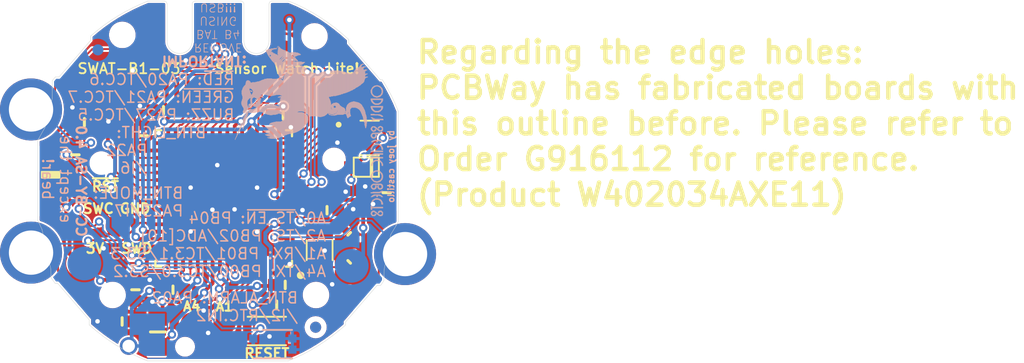
<source format=kicad_pcb>
(kicad_pcb (version 20221018) (generator pcbnew)
  (title_block (title "OSO-SWAT-B1") (date "2023-07-04") (rev "03") (company "Oddly Specific Objects"))
  (layers (0 "F.Cu" signal) (31 "B.Cu" signal) (34 "B.Paste" user) (35 "F.Paste" user) (36 "B.SilkS" user "B.Silkscreen") (37 "F.SilkS" user "F.Silkscreen") (38 "B.Mask" user) (39 "F.Mask" user) (44 "Edge.Cuts" user))
  (net 0 "")
  (net 1 "GND")
  (net 2 "/~{RESET}")
  (net 3 "/SWCLK")
  (net 4 "/VDDCORE")
  (net 5 "/VLCD")
  (net 6 "/XIN32")
  (net 7 "/XOUT32")
  (net 8 "/SWDIO")
  (net 9 "/VDDOUT")
  (net 10 "Net-(LED0B-C)")
  (net 11 "Net-(LED0A-C)")
  (net 12 "/~{GREEN}")
  (net 13 "/~{RED}")
  (net 15 "/USB_P")
  (net 16 "/USB_N")
  (net 17 "/BUZZER")
  (net 18 "/ALARM")
  (net 19 "/MODE")
  (net 20 "/LIGHT")
  (net 21 "/SEG0")
  (net 22 "/SEG1")
  (net 23 "/SEG2")
  (net 24 "/SEG3")
  (net 25 "/SEG4")
  (net 26 "/SEG5")
  (net 27 "/SEG6")
  (net 28 "/SEG7")
  (net 29 "/SEG8")
  (net 30 "/SEG9")
  (net 31 "/SEG10")
  (net 32 "/SEG11")
  (net 33 "/SEG12")
  (net 34 "/SEG13")
  (net 35 "/SEG14")
  (net 36 "/SEG15")
  (net 37 "/SEG16")
  (net 38 "/SEG17")
  (net 39 "/COM2")
  (net 40 "/COM1")
  (net 41 "VCC")
  (net 42 "/COM0")
  (net 43 "VBUS")
  (net 44 "/SEG18")
  (net 45 "/SEG19")
  (net 46 "/SEG20")
  (net 47 "+3V3")
  (net 48 "/SEG21")
  (net 49 "/SEG22")
  (net 50 "/SEG23")
  (net 51 "/A2{slash}TS")
  (net 52 "/A1_SCK")
  (net 57 "/A0{slash}TS_EN")
  (net 60 "/A4{slash}D1{slash}MISO")
  (net 61 "/BUZZER_SAFE")
  (footprint "OSO-SWAT-A1-05:_0603MP" (layer "F.Cu") (at 9.9401 9.7362 90)
    (fp_text reference "C3")
    (fp_text value "0.1uF")
  )
  (footprint "OSO-SWAT-A1-05:SOD-323F" (layer "F.Cu") (at 25.0023 11.8698)
    (fp_text reference "D1")
    (fp_text value "SCHOTTKY" hide)
  )
  (footprint "OSO-SWAT-A1-05:_0603MP" (layer "F.Cu") (at 5.9269 8.8218 180)
    (fp_text reference "R7")
    (fp_text value "100")
  )
  (footprint "OSO-SWAT-A1-05:MICROBUILDER_TESTPOINT_ROUND_1.5MM" (layer "F.Cu") (at 13.1913 22.4616 180)
    (fp_text reference "TP6" hide)
    (fp_text value "MICROBUILDER_TESTPOINTROUND1.5MM" hide)
  )
  (footprint "OSO-SWAT-A1-05:_0402MP" (layer "F.Cu") (at 23.843821 18.285079 45)
    (fp_text reference "C7")
    (fp_text value "22pf" hide)
  )
  (footprint "OSO-SWAT-A1-05:_0603MP" (layer "F.Cu") (at 11.9213 20.1756)
    (fp_text reference "R1")
    (fp_text value "TBD")
  )
  (footprint "OSO-SWAT-A1-05:_0603MP" (layer "F.Cu") (at 19.5159 19.8454)
    (fp_text reference "R3")
    (fp_text value "10K THERM")
  )
  (footprint "OSO-SWAT-A1-05:LED_QBLP655" (layer "F.Cu") (at 3.6409 12.8096 90)
    (fp_text reference "LED0")
    (fp_text value "QBLP655-RIG" hide)
  )
  (footprint "OSO-SWAT-A1-05:_0603MP" (layer "F.Cu") (at 8.4796 22.3219 180)
    (fp_text reference "C5")
    (fp_text value "1uF")
  )
  (footprint "Crystal:Crystal_SMD_3215-2Pin_3.2x1.5mm" (layer "F.Cu") (at 21.843821 17.4907 90)
    (fp_text reference "X1")
    (fp_text value "32.768 kHz, 12.5 pF" hide)
  )
  (footprint "OSO-SWAT-A1-05:_0402MP" (layer "F.Cu") (at 23.843821 16.385079 -45)
    (fp_text reference "C8")
    (fp_text value "22pf" hide)
  )
  (footprint "OSO-SWAT-A1-05:MICROBUILDER_TESTPOINT_ROUND_1.5MM" (layer "F.Cu") (at 10.1433 1.8876 180)
    (fp_text reference "TP8" hide)
    (fp_text value "MICROBUILDER_TESTPOINTROUND1.5MM" hide)
  )
  (footprint "OSO-SWAT-A1-05:_0603MP" (layer "F.Cu") (at 19.3762 8.3519)
    (fp_text reference "C4")
    (fp_text value "0.1uF")
  )
  (footprint "OSO-SWAT-A1-05:MICROBUILDER_TESTPOINT_ROUND_1.5MM" (layer "F.Cu") (at 15.4011 22.4616 180)
    (fp_text reference "TP7" hide)
    (fp_text value "MICROBUILDER_TESTPOINTROUND1.5MM" hide)
  )
  (footprint "OSO-SWAT-A1-05:QFN64_9X9MC_MCH" (layer "F.Cu") (at 15.3503 13.9907 180)
    (fp_text reference "U1" hide)
    (fp_text value "ATSAML22J18A-MUT" hide)
  )
  (footprint "OSO-SWAT-A1-05:_0603MP" (layer "F.Cu") (at 26.3866 13.597 -90)
    (fp_text reference "C1")
    (fp_text value "10uF")
  )
  (footprint "OSO-SWAT-A1-05:_0603MP" (layer "F.Cu") (at 11.278681 8.009 180)
    (fp_text reference "C6")
    (fp_text value "1uF")
  )
  (footprint "OSO-SWAT-A1-05:SOT65P210X110-5N" (layer "F.Cu") (at 25.2309 9.8886)
    (fp_text reference "U2")
    (fp_text value "MIC5365-3.3YC5-TR" hide)
  )
  (footprint "OSO-SWAT-A1-05:SW_EVP-BB1AAB000" (layer "F.Cu") (at 18.2713 22.9696 180)
    (fp_text reference "RESET1" hide)
    (fp_text value "EVP-BB1AAB000" hide)
  )
  (footprint "OSO-SWD:OSO_SWD_2x3" (layer "F.Cu") (at 6.8413 15.8576)
    (fp_text reference "J1" hide)
    (fp_text value "OSO_SWD" hide)
  )
  (footprint "OSO-SWAT-A1-05:_0603MP" (layer "F.Cu") (at 18.9393 21.1896 180)
    (fp_text reference "R4")
    (fp_text value "10K 0.1%")
  )
  (footprint "OSO-SWAT-A1-05:_0603MP" (layer "F.Cu") (at 22.343821 14.785079)
    (fp_text reference "C9")
    (fp_text value "1uF")
  )
  (footprint "OSO-SWAT-A1-05:CASIO-F91W-OUTLINE-USB" (layer "F.Cu") (at 14.9693 12.8096)
    (fp_text reference "U$2" hide)
    (fp_text value "SENSOR-WATCH-USB" hide)
    (fp_line (start -12.2 -2.757631) (end -11.71355 -3.627168) (stroke (width 0.025)) (layer "Edge.Cuts"))
    (fp_line (start -12.2 2.663568) (end -12.2 -2.757631) (stroke (width 0.025)) (layer "Edge.Cuts"))
    (fp_line (start -11.913368 3.27264) (end -12.2 2.663568) (stroke (width 0.025)) (layer "Edge.Cuts"))
    (fp_line (start -11.71355 -3.627168) (end -11.213318 -5.628081) (stroke (width 0.025)) (layer "Edge.Cuts"))
    (fp_line (start -11.31254 5.972231) (end -11.913368 3.27264) (stroke (width 0.025)) (layer "Edge.Cuts"))
    (fp_line (start -11.301518 6.54825) (end -11.31254 5.972231) (stroke (width 0.025)) (layer "Edge.Cuts"))
    (fp_line (start -11.22435 -6.79254) (end -11.213318 -5.628081) (stroke (width 0.025)) (layer "Edge.Cuts"))
    (fp_line (start -11.02729 6.931331) (end -11.301518 6.54825) (stroke (width 0.025)) (layer "Edge.Cuts"))
    (fp_line (start -11.012131 -7.05574) (end -11.22435 -6.79254) (stroke (width 0.025)) (layer "Edge.Cuts"))
    (fp_line (start -10.855031 6.931331) (end -11.02729 6.931331) (stroke (width 0.025)) (layer "Edge.Cuts"))
    (fp_line (start -10.761331 -7.05574) (end -11.012131 -7.05574) (stroke (width 0.025)) (layer "Edge.Cuts"))
    (fp_line (start -8.712168 9.41319) (end -10.855031 6.931331) (stroke (width 0.025)) (layer "Edge.Cuts"))
    (fp_line (start -8.712168 9.7522) (end -8.712168 9.41319) (stroke (width 0.025)) (layer "Edge.Cuts"))
    (fp_line (start -8.617081 -9.831118) (end -8.617081 -9.5376) (stroke (width 0.025)) (layer "Edge.Cuts"))
    (fp_line (start -8.617081 -9.5376) (end -10.761331 -7.05574) (stroke (width 0.025)) (layer "Edge.Cuts"))
    (fp_line (start -8.273968 10.12839) (end -8.712168 9.7522) (stroke (width 0.025)) (layer "Edge.Cuts"))
    (fp_line (start -8.180268 -10.199068) (end -8.617081 -9.831118) (stroke (width 0.025)) (layer "Edge.Cuts"))
    (fp_line (start -7.819209 10.485309) (end -8.273968 10.12839) (stroke (width 0.025)) (layer "Edge.Cuts"))
    (fp_line (start -7.729631 -10.547681) (end -8.180268 -10.199068) (stroke (width 0.025)) (layer "Edge.Cuts"))
    (fp_line (start -7.349309 10.82155) (end -7.819209 10.485309) (stroke (width 0.025)) (layer "Edge.Cuts"))
    (fp_line (start -7.263868 -10.874268) (end -7.729631 -10.547681) (stroke (width 0.025)) (layer "Edge.Cuts"))
    (fp_line (start -6.86425 11.1385) (end -7.349309 10.82155) (stroke (width 0.025)) (layer "Edge.Cuts"))
    (fp_line (start -6.785659 -11.18159) (end -7.263868 -10.874268) (stroke (width 0.025)) (layer "Edge.Cuts"))
    (fp_line (start -6.362618 11.4334) (end -6.86425 11.1385) (stroke (width 0.025)) (layer "Edge.Cuts"))
    (fp_line (start -6.293709 -11.468231) (end -6.785659 -11.18159) (stroke (width 0.025)) (layer "Edge.Cuts"))
    (fp_line (start -5.848631 11.70625) (end -6.362618 11.4334) (stroke (width 0.025)) (layer "Edge.Cuts"))
    (fp_line (start -5.789368 -11.731418) (end -6.293709 -11.468231) (stroke (width 0.025)) (layer "Edge.Cuts"))
    (fp_line (start -5.31944 11.95705) (end -5.848631 11.70625) (stroke (width 0.025)) (layer "Edge.Cuts"))
    (fp_line (start -5.273981 -11.973968) (end -5.789368 -11.731418) (stroke (width 0.025)) (layer "Edge.Cuts"))
    (fp_line (start -4.777868 12.185809) (end -5.31944 11.95705) (stroke (width 0.025)) (layer "Edge.Cuts"))
    (fp_line (start -4.747559 -12.19444) (end -5.273981 -11.973968) (stroke (width 0.025)) (layer "Edge.Cuts"))
    (fp_line (start -4.747559 -12.19444) (end -3.65 -12.19444) (stroke (width 0.025)) (layer "Edge.Cuts"))
    (fp_line (start -3.45 -11.99444) (end -3.45 -9.49444) (stroke (width 0.025)) (layer "Edge.Cuts"))
    (fp_line (start -1.75 -11.99444) (end -1.75 -9.49444) (stroke (width 0.025)) (layer "Edge.Cuts"))
    (fp_line (start -1.55 -12.19444) (end 1.55 -12.19444) (stroke (width 0.025)) (layer "Edge.Cuts"))
    (fp_line (start 1.75 -11.99444) (end 1.75 -9.49444) (stroke (width 0.025)) (layer "Edge.Cuts"))
    (fp_line (start 3.45 -11.99444) (end 3.45 -9.49444) (stroke (width 0.025)) (layer "Edge.Cuts"))
    (fp_line (start 3.65 -12.19444) (end 4.778809 -12.19444) (stroke (width 0.025)) (layer "Edge.Cuts"))
    (fp_line (start 4.747131 12.185809) (end -4.777868 12.185809) (stroke (width 0.025)) (layer "Edge.Cuts"))
    (fp_line (start 5.283181 11.96119) (end 4.747131 12.185809) (stroke (width 0.025)) (layer "Edge.Cuts"))
    (fp_line (start 5.343809 -11.954659) (end 4.778809 -12.19444) (stroke (width 0.025)) (layer "Edge.Cuts"))
    (fp_line (start 5.804081 11.71039) (end 5.283181 11.96119) (stroke (width 0.025)) (layer "Edge.Cuts"))
    (fp_line (start 5.893659 -11.687331) (end 5.343809 -11.954659) (stroke (width 0.025)) (layer "Edge.Cuts"))
    (fp_line (start 6.309818 11.43615) (end 5.804081 11.71039) (stroke (width 0.025)) (layer "Edge.Cuts"))
    (fp_line (start 6.42694 -11.393809) (end 5.893659 -11.687331) (stroke (width 0.025)) (layer "Edge.Cuts"))
    (fp_line (start 6.801768 11.1385) (end 6.309818 11.43615) (stroke (width 0.025)) (layer "Edge.Cuts"))
    (fp_line (start 6.9437 -11.075468) (end 6.42694 -11.393809) (stroke (width 0.025)) (layer "Edge.Cuts"))
    (fp_line (start 7.27855 10.82155) (end 6.801768 11.1385) (stroke (width 0.025)) (layer "Edge.Cuts"))
    (fp_line (start 7.443931 -10.73374) (end 6.9437 -11.075468) (stroke (width 0.025)) (layer "Edge.Cuts"))
    (fp_line (start 7.741568 10.483931) (end 7.27855 10.82155) (stroke (width 0.025)) (layer "Edge.Cuts"))
    (fp_line (start 7.927618 -10.371281) (end 7.443931 -10.73374) (stroke (width 0.025)) (layer "Edge.Cuts"))
    (fp_line (start 8.19084 10.129768) (end 7.741568 10.483931) (stroke (width 0.025)) (layer "Edge.Cuts"))
    (fp_line (start 8.39615 -9.988218) (end 7.927618 -10.371281) (stroke (width 0.025)) (layer "Edge.Cuts"))
    (fp_line (start 8.6263 9.55375) (end 8.6263 9.75909) (stroke (width 0.025)) (layer "Edge.Cuts"))
    (fp_line (start 8.6263 9.75909) (end 8.19084 10.129768) (stroke (width 0.025)) (layer "Edge.Cuts"))
    (fp_line (start 8.8468 -9.5872) (end 8.39615 -9.988218) (stroke (width 0.025)) (layer "Edge.Cuts"))
    (fp_line (start 8.8468 -9.34055) (end 8.8468 -9.5872) (stroke (width 0.025)) (layer "Edge.Cuts"))
    (fp_line (start 10.76914 7.071918) (end 8.6263 9.55375) (stroke (width 0.025)) (layer "Edge.Cuts"))
    (fp_line (start 10.98964 -6.857309) (end 8.8468 -9.34055) (stroke (width 0.025)) (layer "Edge.Cuts"))
    (fp_line (start 11.00755 7.071918) (end 10.76914 7.071918) (stroke (width 0.025)) (layer "Edge.Cuts"))
    (fp_line (start 11.128809 -6.857309) (end 10.98964 -6.857309) (stroke (width 0.025)) (layer "Edge.Cuts"))
    (fp_line (start 11.222509 6.748068) (end 11.00755 7.071918) (stroke (width 0.025)) (layer "Edge.Cuts"))
    (fp_line (start 11.2363 6.021831) (end 11.222509 6.748068) (stroke (width 0.025)) (layer "Edge.Cuts"))
    (fp_line (start 11.430609 -6.34469) (end 11.128809 -6.857309) (stroke (width 0.025)) (layer "Edge.Cuts"))
    (fp_line (start 11.6869 3.622668) (end 11.2363 6.021831) (stroke (width 0.025)) (layer "Edge.Cuts"))
    (fp_line (start 11.6869 3.622668) (end 12.199568 2.76969) (stroke (width 0.025)) (layer "Edge.Cuts"))
    (fp_line (start 11.71174 -5.818281) (end 11.430609 -6.34469) (stroke (width 0.025)) (layer "Edge.Cuts"))
    (fp_line (start 11.9694 -5.27944) (end 11.71174 -5.818281) (stroke (width 0.025)) (layer "Edge.Cuts"))
    (fp_line (start 12.199568 -4.7241) (end 11.9694 -5.27944) (stroke (width 0.025)) (layer "Edge.Cuts"))
    (fp_line (start 12.199568 2.76969) (end 12.199568 -4.7241) (stroke (width 0.025)) (layer "Edge.Cuts"))
    (fp_arc (start -3.65 -12.19444) (mid -3.508579 -12.135861) (end -3.45 -11.99444) (stroke (width 0.025)) (layer "Edge.Cuts"))
    (fp_arc (start -1.75 -11.99444) (mid -1.691421 -12.135861) (end -1.55 -12.19444) (stroke (width 0.025)) (layer "Edge.Cuts"))
    (fp_arc (start -1.75 -9.49444) (mid -2.6 -8.64444) (end -3.45 -9.49444) (stroke (width 0.025)) (layer "Edge.Cuts"))
    (fp_arc (start 1.55 -12.19444) (mid 1.69143 -12.13587) (end 1.75 -11.99444) (stroke (width 0.025)) (layer "Edge.Cuts"))
    (fp_arc (start 3.45 -11.99444) (mid 3.508579 -12.135861) (end 3.65 -12.19444) (stroke (width 0.025)) (layer "Edge.Cuts"))
    (fp_arc (start 3.45 -9.49444) (mid 2.6 -8.64444) (end 1.75 -9.49444) (stroke (width 0.025)) (layer "Edge.Cuts"))
  )
  (footprint "OSO-SWAT-A1-05:MICROBUILDER_TESTPOINT_ROUND_1.5MM" (layer "F.Cu") (at 19.7953 1.8876)
    (fp_text reference "TP1" hide)
    (fp_text value "MICROBUILDER_TESTPOINTROUND1.5MM" hide)
  )
  (footprint "OSO-SWAT-A1-05:MICROBUILDER__0805MP" (layer "F.Cu") (at 10.9053 23.0331 -90)
    (fp_text reference "L1")
    (fp_text value "10uH")
  )
  (footprint "OSO-SWAT-A1-05:_0603MP" (layer "F.Cu") (at 9.3813 20.1756 -90)
    (fp_text reference "C2")
    (fp_text value "0.1uF")
  )
  (footprint "OSO-SWAT-A1-05:MICROBUILDER_TESTPOINT_ROUND_1.5MM" (layer "F.Cu") (at 23.8593 20.6836 180)
    (fp_text reference "TP10" hide)
    (fp_text value "MICROBUILDER_TESTPOINTROUND1.5MM" hide)
  )
  (footprint "OSO-SWAT-A1-05:MICROBUILDER_TESTPOINT_ROUND_1.5MM" (layer "F.Cu") (at 6.0793 20.6836 180)
    (fp_text reference "TP9" hide)
    (fp_text value "MICROBUILDER_TESTPOINTROUND1.5MM" hide)
  )
  (footprint "Fiducial:Fiducial_0.75mm_Mask1.5mm" (layer "F.Cu") (at 21.5733 22.7156)
    (fp_text reference "FID10" hide)
    (fp_text value "Fiducial" hide)
  )
  (footprint "Fiducial:Fiducial_0.75mm_Mask1.5mm" (layer "F.Cu") (at 19.5413 3.6656)
    (fp_text reference "FID9" hide)
    (fp_text value "Fiducial" hide)
  )
  (footprint "OSO-SWAT-A1-05:_0603MP" (layer "F.Cu") (at 5.3173 11.0316 90)
    (fp_text reference "R6")
    (fp_text value "1K")
  )
  (footprint "Fiducial:Fiducial_0.75mm_Mask1.5mm" (layer "F.Cu") (at 10.3973 3.6656)
    (fp_text reference "FID7" hide)
    (fp_text value "Fiducial" hide)
  )
  (footprint "OSO-SWAT-A1-05:OSO_BEAR_250X360MIL_1000DPI" (layer "B.Cu") (at 20.5193 6.8596 -90)
    (fp_text reference "U$5" hide)
    (fp_text value "" hide)
  )
  (footprint "Fiducial:Fiducial_0.75mm_Mask1.5mm" (layer "B.Cu") (at 6.8413 3.9196 180)
    (fp_text reference "FID8" hide)
    (fp_text value "Fiducial" hide)
  )
  (footprint "OSO-SWAT-A1-05:SW_EVP-BB1AAB000" (layer "B.Cu") (at 18.6777 23.8586 180)
    (fp_text reference "RESET0" hide)
    (fp_text value "EVP-BB1AAB000" hide)
  )
  (footprint "OSO-SWAT-A1-05:OSO_WORDMARK_ONELINE_350MIL_1000DPI" (layer "B.Cu") (at 25.7193 10.7596 -90)
    (fp_text reference "U$6" hide)
    (fp_text value "" hide)
  )
  (footprint "Fiducial:Fiducial_0.75mm_Mask1.5mm" (layer "B.Cu") (at 21.5733 22.7156 180)
    (fp_text reference "FID11" hide)
    (fp_text value "Fiducial" hide)
  )
  (gr_line (start 15.9693 5.3596) (end 14.0693 5.3596) (stroke (width 0.1016)) (layer "B.SilkS"))
  (gr_line (start 15.9693 6.5596) (end 12.6693 6.5596) (stroke (width 0.1016)) (layer "B.SilkS"))
  (gr_line (start 20.1693 14.7596) (end 16.9693 14.7596) (stroke (width 0.1016)) (layer "B.SilkS"))
  (gr_rect (start 3.043821 12.185079) (end 4.243821 12.585079) (stroke (width 0.12)) (fill solid) (layer "F.SilkS"))
  (gr_text "CC-BY-SA 4.0" (at 5.6983 12.8096 -90) (layer "B.SilkS") (effects (font (size 0.666496 0.666496) (thickness 0.146304)) (justify mirror)))
  (gr_text "BTN_MODE: \nPA23/I7" (at 12.6833 13.1906) (layer "B.SilkS") (effects (font (size 0.747776 0.747776) (thickness 0.1016)) (justify left top mirror)))
  (gr_text "by joey castillo" (at 26.6787 11.819 -270) (layer "B.SilkS") (effects (font (size 0.41656 0.41656) (thickness 0.09144)) (justify mirror)))
  (gr_text "REMOVE\nBAT B4\nUSING\nUSB!!!" (at 14.976421 4.090279 -180) (layer "B.SilkS") (effects (font (size 0.560832 0.560832) (thickness 0.048768)) (justify top mirror)))
  (gr_text "except the\nbear!" (at 4.0473 12.6826 270) (layer "B.SilkS") (effects (font (size 0.747776 0.747776) (thickness 0.1016)) (justify mirror)))
  (gr_text "IMPORTANT:" (at 14.043821 5.0626 -180) (layer "B.SilkS") (effects (font (size 0.666496 0.666496) (thickness 0.146304)) (justify top mirror)))
  (gr_text "RED: PA20/TCC.6\nGREEN: PA21/TCC.7\nBUZZ: PA27/TCC.5" (at 16.143821 5.485079) (layer "B.SilkS") (effects (font (size 0.747776 0.747776) (thickness 0.1016)) (justify left top mirror)))
  (gr_text "A0/TS_EN: PB04\nA2/TS: PB02/ADC[10]\nA1/RX: PB01/TC3.1/S3.3\nA4/TX: PB00/TC3.0/S3.2\n" (at 22.343821 14.885079) (layer "B.SilkS") (effects (font (size 0.747776 0.747776) (thickness 0.1016)) (justify left top mirror)))
  (gr_text "BTN_ALARM: PA02\n/I2/RTC.IN2" (at 20.443821 20.285079) (layer "B.SilkS") (effects (font (size 0.747776 0.747776) (thickness 0.1016)) (justify left top mirror)))
  (gr_text "BTN_LIGHT: \n       PA22\n       /I6" (at 14.243821 9.085079) (layer "B.SilkS") (effects (font (size 0.747776 0.747776) (thickness 0.1016)) (justify left top mirror)))
  (gr_text "3V" (at 5.943821 16.985079) (layer "F.SilkS") (effects (font (size 0.666496 0.666496) (thickness 0.146304)) (justify left top)))
  (gr_text "A1" (at 15.4011 20.9346) (layer "F.SilkS") (effects (font (size 0.635 0.635) (thickness 0.146304)) (justify top)))
  (gr_text "SWD" (at 8.343821 16.985079) (layer "F.SilkS") (effects (font (size 0.666496 0.666496) (thickness 0.146304)) (justify left top)))
  (gr_text "Sensor Watch Lite!" (at 19.643821 5.1896) (layer "F.SilkS") (effects (font (size 0.69088 0.69088) (thickness 0.12192))))
  (gr_text "Regarding the edge holes:\nPCBWay has fabricated boards with\nthis outline before. Please refer to\nOrder G916112 for reference.\n(Product W402034AXE11)\n" (at 28.2693 14.6096) (layer "F.SilkS") (effects (font (size 1.5 1.5) (thickness 0.3) bold) (justify left bottom)))
  (gr_text "A4" (at 13.1913 20.9346) (layer "F.SilkS") (effects (font (size 0.635 0.635) (thickness 0.146304)) (justify top)))
  (gr_text "SWC" (at 5.743821 14.285079) (layer "F.SilkS") (effects (font (size 0.666496 0.666496) (thickness 0.146304)) (justify left top)))
  (gr_text "~{RST}" (at 6.343821 12.785079) (layer "F.SilkS") (effects (font (size 0.666496 0.666496) (thickness 0.146304)) (justify left top)))
  (gr_text "GND" (at 8.243821 14.285079) (layer "F.SilkS") (effects (font (size 0.666496 0.666496) (thickness 0.146304)) (justify left top)))
  (gr_text "RESET" (at 18.2713 24.4936) (layer "F.SilkS") (effects (font (size 0.666496 0.666496) (thickness 0.146304))))
  (gr_text "SWAT-B1-03" (at 8.943821 5.1896) (layer "F.SilkS") (effects (font (size 0.69088 0.69088) (thickness 0.12192))))
  (segment (start 11.351887 10.2407) (end 11.368087 10.2569) (width 0.254) (layer "F.Cu") (net 1))
  (segment (start 14.1003 15.2407) (end 14.1003 18.3849) (width 0.254) (layer "F.Cu") (net 1))
  (segment (start 19.5963 23.3446) (end 19.5963 22.5946) (width 0.55) (layer "F.Cu") (net 1))
  (segment (start 23.798462 17.5213) (end 23.42602 17.5213) (width 0.127) (layer "F.Cu") (net 1))
  (segment (start 13.6231 12.2254) (end 13.6231 12.7461) (width 0.254) (layer "F.Cu") (net 1))
  (segment (start 10.9561 10.2407) (end 11.351887 10.2407) (width 0.254) (layer "F.Cu") (net 1))
  (segment (start 23.42602 17.5213) (end 24.203031 16.744289) (width 0.127) (layer "F.Cu") (net 1))
  (segment (start 9.6861 7.7169) (end 9.6861 8.7202) (width 0.254) (layer "F.Cu") (net 1))
  (segment (start 16.1003 14.7407) (end 16.0869 14.7273) (width 0.254) (layer "F.Cu") (net 1))
  (segment (start 24.6467 17.3308) (end 25.1293 17.8134) (width 0.127) (layer "F.Cu") (net 1))
  (segment (start 22.1829 17.5213) (end 23.42602 17.5213) (width 0.127) (layer "F.Cu") (net 1))
  (segment (start 14.1003 15.2407) (end 13.1151 16.2259) (width 0.254) (layer "F.Cu") (net 1))
  (segment (start 11.368087 10.2569) (end 11.6546 10.2569) (width 0.254) (layer "F.Cu") (net 1))
  (segment (start 13.6231 12.7461) (end 13.1151 13.2541) (width 0.254) (layer "F.Cu") (net 1))
  (segment (start 15.3503 13.9907) (end 16.0869 14.7273) (width 0.254) (layer "F.Cu") (net 1))
  (segment (start 25.1293 17.8134) (end 25.1293 17.9658) (width 0.127) (layer "F.Cu") (net 1))
  (segment (start 10.9561 17.2407) (end 12.1003 17.2407) (width 0.254) (layer "F.Cu") (net 1))
  (segment (start 16.2693 4.11665) (end 16.2693 2.16516) (width 0.254) (layer "F.Cu") (net 1))
  (segment (start 19.7445 14.7407) (end 16.1003 14.7407) (width 0.254) (layer "F.Cu") (net 1))
  (segment (start 23.2878 19.8073) (end 22.6909 19.8073) (width 0.127) (layer "F.Cu") (net 1))
  (segment (start 23.9863 17.3308) (end 24.6467 17.3308) (width 0.127) (layer "F.Cu") (net 1))
  (segment (start 16.13525 4.2507) (end 16.2693 4.11665) (width 0.254) (layer "F.Cu") (net 1))
  (segment (start 25.4595 16.351822) (end 25.262111 16.549211) (width 0.127) (layer "F.Cu") (net 1))
  (segment (start 11.6546 10.2569) (end 13.6231 12.2254) (width 0.254) (layer "F.Cu") (net 1))
  (segment (start 25.262111 16.549211) (end 25.262111 17.680589) (width 0.127) (layer "F.Cu") (net 1))
  (segment (start 23.798462 17.5213) (end 23.798462 17.518638) (width 0.127) (layer "F.Cu") (net 1))
  (segment (start 16.6003 9.5965) (end 16.6003 12.2435) (width 0.254) (layer "F.Cu") (net 1))
  (segment (start 9.6861 8.7202) (end 9.9401 8.9742) (width 0.254) (layer "F.Cu") (net 1))
  (segment (start 12.1003 17.2407) (end 13.1151 16.2259) (width 0.254) (layer "F.Cu") (net 1))
  (segment (start 24.203031 17.925869) (end 23.798462 17.5213) (width 0.127) (layer "F.Cu") (net 1))
  (segment (start 25.4595 14.3717) (end 25.4595 16.351822) (width 0.127) (layer "F.Cu") (net 1))
  (segment (start 25.262111 17.680589) (end 25.1293 17.8134) (width 0.127) (layer "F.Cu") (net 1))
  (segment (start 16.6003 12.2435) (end 17.6109 13.2541) (width 0.254) (layer "F.Cu") (net 1))
  (segment (start 25.1293 17.9658) (end 23.2878 19.8073) (width 0.127) (layer "F.Cu") (net 1))
  (segment (start 23.798462 17.518638) (end 23.9863 17.3308) (width 0.127) (layer "F.Cu") (net 1))
  (via (at 18.4491 23.3379) (size 0.5588) (drill 0.3048) (layers "F.Cu" "B.Cu") (net 1))
  (via (at 12.7893 4.6317) (size 0.5588) (drill 0.3048) (layers "F.Cu" "B.Cu") (net 1))
  (via (at 16.13525 4.2507) (size 0.5588) (drill 0.3048) (layers "F.Cu" "B.Cu") (net 1))
  (via (at 9.6861 7.7169) (size 0.5588) (drill 0.3048) (layers "F.Cu" "B.Cu") (net 1))
  (via (at 19.8969 9.1647) (size 0.5588) (drill 0.3048) (layers "F.Cu" "B.Cu") (net 1))
  (via (at 7.2223 17.3689) (size 0.5588) (drill 0.3048) (layers "F.Cu" "B.Cu") (net 1))
  (via (at 10.3465 19.5025) (size 0.5588) (drill 0.3048) (layers "F.Cu" "B.Cu") (net 1))
  (via (at 13.9943 21.5846) (size 0.5588) (drill 0.3048) (layers "F.Cu" "B.Cu") (net 1))
  (via (at 13.1151 13.2541) (size 0.5588) (drill 0.3048) (layers "F.Cu" "B.Cu") (net 1))
  (via (at 8.9241 17.1149) (size 0.5588) (drill 0.3048) (layers "F.Cu" "B.Cu") (net 1))
  (via (at 19.8207 18.4357) (size 0.5588) (drill 0.3048) (layers "F.Cu" "B.Cu") (net 1))
  (via (at 5.1141 7.8185) (size 0.5588) (drill 0.3048) (layers "F.Cu" "B.Cu") (net 1))
  (via (at 6.814593 22.314791) (size 0.5588) (drill 0.3048) (layers "F.Cu" "B.Cu") (net 1))
  (via (at 14.9185 11.7301) (size 0.5588) (drill 0.3048) (layers "F.Cu" "B.Cu") (net 1))
  (via (at 13.1151 16.2259) (size 0.5588) (drill 0.3048) (layers "F.Cu" "B.Cu") (net 1))
  (via (at 20.6843 14.7781) (size 0.5588) (drill 0.3048) (layers "F.Cu" "B.Cu") (net 1))
  (via (at 17.6109 13.2541) (size 0.5588) (drill 0.3048) (layers "F.Cu" "B.Cu") (net 1))
  (via (at 22.1829 17.5213) (size 0.5588) (drill 0.3048) (layers "F.Cu" "B.Cu") (net 1))
  (via (at 22.6909 19.8073) (size 0.5588) (drill 0.3048) (layers "F.Cu" "B.Cu") (net 1))
  (via (at 23.0465 10.2061) (size 0.5588) (drill 0.3048) (layers "F.Cu" "B.Cu") (net 1))
  (via (at 16.0869 14.7273) (size 0.5588) (drill 0.3048) (layers "F.Cu" "B.Cu") (net 1))
  (via (at 10.530131 20.984188) (size 0.5588) (drill 0.3048) (layers "F.Cu" "B.Cu") (net 1))
  (via (at 14.2993 23.0996) (size 0.5588) (drill 0.3048) (layers "F.Cu" "B.Cu") (net 1))
  (via (at 24.1133 14.7146) (size 0.5588) (drill 0.3048) (layers "F.Cu" "B.Cu") (net 1))
  (via (at 17.6109 16.2513) (size 0.5588) (drill 0.3048) (layers "F.Cu" "B.Cu") (net 1))
  (via (at 24.9261 13.1779) (size 0.5588) (drill 0.3048) (layers "F.Cu" "B.Cu") (net 1))
  (via (at 7.5525 8.771) (size 0.5588) (drill 0.3048) (layers "F.Cu" "B.Cu") (net 1))
  (via (at 14.5883 14.7527) (size 0.5588) (drill 0.3048) (layers "F.Cu" "B.Cu") (net 1))
  (via (at 9.1943 5.3096) (size 0.5588) (drill 0.3048) (layers "F.Cu" "B.Cu") (net 1))
  (via (at 25.4595 14.3717) (size 0.5588) (drill 0.3048) (layers "F.Cu" "B.Cu") (net 1))
  (via (at 23.6053 13.5335) (size 0.5588) (drill 0.3048) (layers "F.Cu" "B.Cu") (net 1))
  (segment (start 17.2843 23.3446) (end 16.9463 23.3446) (width 0.127) (layer "F.Cu") (net 2))
  (segment (start 5.5459 13.343) (end 5.5459 14.6892) (width 0.127) (layer "F.Cu") (net 2))
  (segment (start 17.8393 22.7896) (end 17.2843 23.3446) (width 0.127) (layer "F.Cu") (net 2))
  (segment (start 16.9463 22.5946) (end 16.9463 23.3446) (width 0.55) (layer "F.Cu") (net 2))
  (segment (start 13.1003 18.3849) (end 13.1003 19.115944) (width 0.127) (layer "F.Cu") (net 2))
  (segment (start 13.1003 19.115944) (end 12.8865 19.329744) (width 0.127) (layer "F.Cu") (net 2))
  (segment (start 5.5459 13.343) (end 5.5713 13.3176) (width 0.127) (layer "F.Cu") (net 2))
  (via (at 5.5459 14.6892) (size 0.5588) (drill 0.3048) (layers "F.Cu" "B.Cu") (net 2))
  (via (at 12.8865 19.329744) (size 0.5588) (drill 0.3048) (layers "F.Cu" "B.Cu") (net 2))
  (via (at 17.8393 22.7896) (size 0.5588) (drill 0.3048) (layers "F.Cu" "B.Cu") (net 2))
  (segment (start 13.118612 19.329744) (end 13.377656 19.0707) (width 0.127) (layer "B.Cu") (net 2))
  (segment (start 10.101937 18.9056) (end 12.462356 18.9056) (width 0.127) (layer "B.Cu") (net 2))
  (segment (start 9.894018 19.113519) (end 10.101937 18.9056) (width 0.127) (layer "B.Cu") (net 2))
  (segment (start 12.8865 19.329744) (end 13.118612 19.329744) (width 0.127) (layer "B.Cu") (net 2))
  (segment (start 17.8393 22.7896) (end 15.2465 22.7896) (width 0.127) (layer "B.Cu") (net 2))
  (segment (start 7.7811 17.588413) (end 9.306206 19.113519) (width 0.127) (layer "B.Cu") (net 2))
  (segment (start 13.766943 19.0707) (end 14.4994 19.803157) (width 0.127) (layer "B.Cu") (net 2))
  (segment (start 14.4994 19.803157) (end 14.4994 22.0425) (width 0.127) (layer "B.Cu") (net 2))
  (segment (start 17.3527 24.2336) (end 17.3527 23.4836) (width 0.25) (layer "B.Cu") (net 2))
  (segment (start 9.306206 19.113519) (end 9.894018 19.113519) (width 0.127) (layer "B.Cu") (net 2))
  (segment (start 7.7811 17.105813) (end 7.7811 17.588413) (width 0.127) (layer "B.Cu") (net 2))
  (segment (start 17.3527 23.4836) (end 17.3527 23.2762) (width 0.127) (layer "B.Cu") (net 2))
  (segment (start 17.3527 23.2762) (end 17.8393 22.7896) (width 0.127) (layer "B.Cu") (net 2))
  (segment (start 5.5459 14.6892) (end 5.5459 14.870613) (width 0.127) (layer "B.Cu") (net 2))
  (segment (start 13.377656 19.0707) (end 13.766943 19.0707) (width 0.127) (layer "B.Cu") (net 2))
  (segment (start 14.4994 22.0425) (end 14.7629 22.306) (width 0.127) (layer "B.Cu") (net 2))
  (segment (start 15.2465 22.7896) (end 14.7629 22.306) (width 0.127) (layer "B.Cu") (net 2))
  (segment (start 12.462356 18.9056) (end 12.8865 19.329744) (width 0.127) (layer "B.Cu") (net 2))
  (segment (start 5.5459 14.870613) (end 7.7811 17.105813) (width 0.127) (layer "B.Cu") (net 2))
  (segment (start 15.6257 18.4103) (end 15.6257 19.5192) (width 0.127) (layer "F.Cu") (net 3))
  (segment (start 15.0328 20.1121) (end 15.6257 19.5192) (width 0.127) (layer "F.Cu") (net 3))
  (segment (start 6.9175 15.5528) (end 6.6127 15.8576) (width 0.127) (layer "F.Cu") (net 3))
  (segment (start 6.6127 15.8576) (end 5.5713 15.8576) (width 0.127) (layer "F.Cu") (net 3))
  (segment (start 15.6257 18.4103) (end 15.6003 18.3849) (width 0.127) (layer "F.Cu") (net 3))
  (via (at 6.9175 15.5528) (size 0.5588) (drill 0.3048) (layers "F.Cu" "B.Cu") (net 3))
  (via (at 15.0328 20.1121) (size 0.5588) (drill 0.3048) (layers "F.Cu" "B.Cu") (net 3))
  (segment (start 7.1715 15.8068) (end 7.1715 16.137) (width 0.127) (layer "B.Cu") (net 3))
  (segment (start 8.0351 17.4832) (end 9.411418 18.859519) (width 0.127) (layer "B.Cu") (net 3))
  (segment (start 9.411418 18.859519) (end 9.788806 18.859519) (width 0.127) (layer "B.Cu") (net 3))
  (segment (start 9.788806 18.859519) (end 9.996725 18.6516) (width 0.127) (layer "B.Cu") (net 3))
  (segment (start 15.0328 20.1121) (end 15.0328 19.8581) (width 0.127) (layer "B.Cu") (net 3))
  (segment (start 13.8263 18.6516) (end 15.0328 19.8581) (width 0.127) (layer "B.Cu") (net 3))
  (segment (start 8.0351 17.0006) (end 7.1715 16.137) (width 0.127) (layer "B.Cu") (net 3))
  (segment (start 6.9175 15.5528) (end 7.1715 15.8068) (width 0.127) (layer "B.Cu") (net 3))
  (segment (start 9.996725 18.6516) (end 13.8263 18.6516) (width 0.127) (layer "B.Cu") (net 3))
  (segment (start 8.0351 17.0006) (end 8.0351 17.4832) (width 0.127) (layer "B.Cu") (net 3))
  (segment (start 10.6005 22.3219) (end 9.2416 22.3219) (width 0.254) (layer "F.Cu") (net 4))
  (segment (start 13.6003 19.5126) (end 13.6003 18.3849) (width 0.254) (layer "F.Cu") (net 4))
  (segment (start 11.215433 21.706967) (end 10.6005 22.3219) (width 0.254) (layer "F.Cu") (net 4))
  (segment (start 11.215433 20.985369) (end 11.215433 21.706967) (width 0.254) (layer "F.Cu") (net 4))
  (segment (start 13.5723 19.5406) (end 13.6003 19.5126) (width 0.254) (layer "F.Cu") (net 4))
  (via (at 11.215433 20.985369) (size 0.5588) (drill 0.3048) (layers "F.Cu" "B.Cu") (net 4))
  (via (at 13.5723 19.5406) (size 0.5588) (drill 0.3048) (layers "F.Cu" "B.Cu") (net 4))
  (segment (start 12.127531 20.985369) (end 13.5723 19.5406) (width 0.254) (layer "B.Cu") (net 4))
  (segment (start 11.215433 20.985369) (end 12.127531 20.985369) (width 0.254) (layer "B.Cu") (net 4))
  (segment (start 16.416815 8.760372) (end 16.1003 9.076888) (width 0.254) (layer "F.Cu") (net 5))
  (segment (start 12.040681 8.009) (end 12.040681 8.061769) (width 0.254) (layer "F.Cu") (net 5))
  (segment (start 16.416815 8.760372) (end 16.508071 8.760372) (width 0.254) (layer "F.Cu") (net 5))
  (segment (start 12.040681 8.061769) (end 11.321575 8.780875) (width 0.254) (layer "F.Cu") (net 5))
  (segment (start 16.1003 9.5965) (end 16.1003 9.076888) (width 0.254) (layer "F.Cu") (net 5))
  (via (at 19.7953 1.8876) (size 0.5588) (drill 0.3048) (layers "F.Cu" "B.Cu") (net 5))
  (via (at 16.508071 8.760372) (size 0.5588) (drill 0.3048) (layers "F.Cu" "B.Cu") (net 5))
  (via (at 11.321575 8.780875) (size 0.5588) (drill 0.3048) (layers "F.Cu" "B.Cu") (net 5))
  (segment (start 16.508071 8.743415) (end 19.7953 5.456186) (width 0.25) (layer "B.Cu") (net 5))
  (segment (start 16.508071 8.760372) (end 16.508071 8.743415) (width 0.25) (layer "B.Cu") (net 5))
  (segment (start 11.342078 8.760372) (end 16.508071 8.760372) (width 0.254) (layer "B.Cu") (net 5))
  (segment (start 11.321575 8.780875) (end 11.342078 8.760372) (width 0.254) (layer "B.Cu") (net 5))
  (segment (start 19.7953 5.456186) (end 19.7953 1.8876) (width 0.25) (layer "B.Cu") (net 5))
  (segment (start 23.484611 18.644289) (end 21.890232 18.644289) (width 0.127) (layer "F.Cu") (net 6))
  (segment (start 19.7445 17.7407) (end 20.499442 17.7407) (width 0.127) (layer "F.Cu") (net 6))
  (segment (start 20.499442 17.7407) (end 21.449442 18.6907) (width 0.127) (layer "F.Cu") (net 6))
  (segment (start 21.890232 18.644289) (end 21.843821 18.6907) (width 0.127) (layer "F.Cu") (net 6))
  (segment (start 21.449442 18.6907) (end 21.843821 18.6907) (width 0.127) (layer "F.Cu") (net 6))
  (segment (start 21.4382 16.2907) (end 21.843821 16.2907) (width 0.127) (layer "F.Cu") (net 7))
  (segment (start 21.843821 16.2907) (end 23.21978 16.2907) (width 0.127) (layer "F.Cu") (net 7))
  (segment (start 23.21978 16.2907) (end 23.484611 16.025869) (width 0.127) (layer "F.Cu") (net 7))
  (segment (start 20.4882 17.2407) (end 21.4382 16.2907) (width 0.127) (layer "F.Cu") (net 7))
  (segment (start 19.7445 17.2407) (end 20.4882 17.2407) (width 0.127) (layer "F.Cu") (net 7))
  (segment (start 16.1003 18.3849) (end 16.1003 19.173) (width 0.127) (layer "F.Cu") (net 8))
  (segment (start 9.602778 18.365079) (end 8.143821 18.365079) (width 0.127) (layer "F.Cu") (net 8))
  (segment (start 8.143821 18.365079) (end 8.1113 18.3976) (width 0.127) (layer "F.Cu") (net 8))
  (segment (start 16.1003 19.173) (end 16.127071 19.199772) (width 0.127) (layer "F.Cu") (net 8))
  (via (at 9.602778 18.365079) (size 0.5588) (drill 0.3048) (layers "F.Cu" "B.Cu") (net 8))
  (via (at 16.127071 19.199772) (size 0.5588) (drill 0.3048) (layers "F.Cu" "B.Cu") (net 8))
  (segment (start 9.628178 18.390479) (end 9.602778 18.365079) (width 0.127) (layer "B.Cu") (net 8))
  (segment (start 15.317778 18.390479) (end 9.628178 18.390479) (width 0.127) (layer "B.Cu") (net 8))
  (segment (start 16.127071 19.199772) (end 15.317778 18.390479) (width 0.127) (layer "B.Cu") (net 8))
  (segment (start 14.6003 18.3849) (end 14.6003 19.7318) (width 0.254) (layer "F.Cu") (net 9))
  (segment (start 14.6003 19.7318) (end 14.0295 20.3026) (width 0.254) (layer "F.Cu") (net 9))
  (segment (start 11.8493 23.2096) (end 11.0098 24.0491) (width 0.254) (layer "F.Cu") (net 9))
  (segment (start 11.0098 24.0491) (end 10.9053 24.0491) (width 0.254) (layer "F.Cu") (net 9))
  (segment (start 14.0295 20.3026) (end 14.0295 20.3788) (width 0.254) (layer "F.Cu") (net 9))
  (via (at 11.8493 23.2096) (size 0.5588) (drill 0.3048) (layers "F.Cu" "B.Cu") (net 9))
  (via (at 14.0295 20.3788) (size 0.5588) (drill 0.3048) (layers "F.Cu" "B.Cu") (net 9))
  (segment (start 11.8493 23.2096) (end 11.8493 22.559) (width 0.254) (layer "B.Cu") (net 9))
  (segment (start 11.8493 22.559) (end 14.0295 20.3788) (width 0.254) (layer "B.Cu") (net 9))
  (segment (start 4.0409 11.3096) (end 4.0409 10.7332) (width 0.127) (layer "F.Cu") (net 10))
  (segment (start 4.0409 10.7332) (end 4.5045 10.2696) (width 0.127) (layer "F.Cu") (net 10))
  (segment (start 4.5045 10.2696) (end 5.3173 10.2696) (width 0.127) (layer "F.Cu") (net 10))
  (segment (start 3.2409 10.7458) (end 3.2409 11.3096) (width 0.127) (layer "F.Cu") (net 11))
  (segment (start 5.1649 8.8218) (end 3.2409 10.7458) (width 0.127) (layer "F.Cu") (net 11))
  (segment (start 3.2409 10.6188) (end 3.2409 11.3096) (width 0.127) (layer "F.Cu") (net 11))
  (segment (start 4.722444 11.025672) (end 4.722444 11.198744) (width 0.254) (layer "F.Cu") (net 12))
  (segment (start 4.722444 11.198744) (end 5.3173 11.7936) (width 0.254) (layer "F.Cu") (net 12))
  (segment (start 7.740662 13.234213) (end 7.940097 13.234213) (width 0.25) (layer "F.Cu") (net 12))
  (segment (start 7.940097 13.234213) (end 9.446584 14.7407) (width 0.25) (layer "F.Cu") (net 12))
  (segment (start 9.446584 14.7407) (end 10.9561 14.7407) (width 0.25) (layer "F.Cu") (net 12))
  (via (at 7.740662 13.234213) (size 0.5588) (drill 0.3048) (layers "F.Cu" "B.Cu") (net 12))
  (via (at 4.722444 11.025672) (size 0.5588) (drill 0.3048) (layers "F.Cu" "B.Cu") (net 12))
  (segment (start 4.722444 11.025672) (end 6.930985 13.234213) (width 0.25) (layer "B.Cu") (net 12))
  (segment (start 6.930985 13.234213) (end 7.740662 13.234213) (width 0.25) (layer "B.Cu") (net 12))
  (segment (start 10.9561 14.2407) (end 9.691109 14.2407) (width 0.25) (layer "F.Cu") (net 13))
  (segment (start 9.691109 14.2407) (end 7.990034 12.539625) (width 0.25) (layer "F.Cu") (net 13))
  (segment (start 7.5193 9.6522) (end 6.6889 8.8218) (width 0.25) (layer "F.Cu") (net 13))
  (segment (start 7.5193 10.3096) (end 7.5193 9.6522) (width 0.25) (layer "F.Cu") (net 13))
  (segment (start 7.990034 12.539625) (end 7.720875 12.539625) (width 0.25) (layer "F.Cu") (net 13))
  (via (at 7.5193 10.3096) (size 0.5588) (drill 0.3048) (layers "F.Cu" "B.Cu") (net 13))
  (via (at 7.720875 12.539625) (size 0.5588) (drill 0.3048) (layers "F.Cu" "B.Cu") (net 13))
  (segment (start 7.9949 12.2656) (end 7.720875 12.539625) (width 0.25) (layer "B.Cu") (net 13))
  (segment (start 7.9949 10.7852) (end 7.9949 12.2656) (width 0.25) (layer "B.Cu") (net 13))
  (segment (start 7.5193 10.3096) (end 7.9949 10.7852) (width 0.25) (layer "B.Cu") (net 13))
  (segment (start 14.9693 3.711725) (end 14.865362 3.815663) (width 0.254) (layer "F.Cu") (net 15))
  (segment (start 14.9693 2.16516) (end 14.9693 3.711725) (width 0.254) (layer "F.Cu") (net 15))
  (segment (start 10.9561 16.7407) (end 9.548525 16.7407) (width 0.254) (layer "F.Cu") (net 15))
  (segment (start 9.548525 16.7407) (end 9.404362 16.596538) (width 0.254) (layer "F.Cu") (net 15))
  (via (at 9.404362 16.596538) (size 0.5588) (drill 0.3048) (layers "F.Cu" "B.Cu") (net 15))
  (via (at 14.865362 3.815663) (size 0.5588) (drill 0.3048) (layers "F.Cu" "B.Cu") (net 15))
  (segment (start 9.2543 15.992257) (end 9.5083 15.738257) (width 0.254) (layer "B.Cu") (net 15))
  (segment (start 9.5083 8.714782) (end 13.264418 4.958663) (width 0.254) (layer "B.Cu") (net 15))
  (segment (start 9.2543 15.992257) (end 9.2543 16.596538) (width 0.254) (layer "B.Cu") (net 15))
  (segment (start 9.5083 15.738257) (end 9.5083 8.714782) (width 0.254) (layer "B.Cu") (net 15))
  (segment (start 14.865362 4.222063) (end 14.128762 4.958663) (width 0.254) (layer "B.Cu") (net 15))
  (segment (start 9.404362 16.596538) (end 9.2543 16.596538) (width 0.254) (layer "B.Cu") (net 15))
  (segment (start 14.128762 4.958663) (end 13.264418 4.958663) (width 0.254) (layer "B.Cu") (net 15))
  (segment (start 14.865362 3.815663) (end 14.865362 4.222063) (width 0.254) (layer "B.Cu") (net 15))
  (segment (start 10.0184 16.2407) (end 9.8893 16.1116) (width 0.254) (layer "F.Cu") (net 16))
  (segment (start 15.301837 4.349063) (end 14.593618 4.349063) (width 0.254) (layer "F.Cu") (net 16))
  (segment (start 14.3193 2.16516) (end 14.3193 4.0616) (width 0.254) (layer "F.Cu") (net 16))
  (segment (start 15.4519 4.199) (end 15.301837 4.349063) (width 0.254) (layer "F.Cu") (net 16))
  (segment (start 10.9561 16.2407) (end 10.0184 16.2407) (width 0.254) (layer "F.Cu") (net 16))
  (segment (start 14.312728 4.068172) (end 14.593618 4.349063) (width 0.254) (layer "F.Cu") (net 16))
  (segment (start 14.3193 4.0616) (end 14.312728 4.068172) (width 0.254) (layer "F.Cu") (net 16))
  (via (at 9.8893 16.1116) (size 0.5588) (drill 0.3048) (layers "F.Cu" "B.Cu") (net 16))
  (via (at 15.4519 4.199) (size 0.5588) (drill 0.3048) (layers "F.Cu" "B.Cu") (net 16))
  (segment (start 14.285837 5.365063) (end 13.396837 5.365063) (width 0.254) (layer "B.Cu") (net 16))
  (segment (start 9.8893 8.8726) (end 13.396837 5.365063) (width 0.254) (layer "B.Cu") (net 16))
  (segment (start 14.285837 5.365063) (end 15.4519 4.199) (width 0.254) (layer "B.Cu") (net 16))
  (segment (start 9.8893 16.1116) (end 9.8893 8.8726) (width 0.254) (layer "B.Cu") (net 16))
  (segment (start 10.3973 20.1756) (end 10.3211 20.2518) (width 0.25) (layer "F.Cu") (net 17))
  (segment (start 11.1593 20.1756) (end 10.3973 20.1756) (width 0.25) (layer "F.Cu") (net 17))
  (via (at 10.3211 20.2518) (size 0.5588) (drill 0.3048) (layers "F.Cu" "B.Cu") (net 17))
  (segment (start 10.3211 20.2518) (end 9.1273 21.4456) (width 0.25) (layer "B.Cu") (net 17))
  (segment (start 9.1273 23.7824) (end 8.9241 23.9856) (width 0.25) (layer "B.Cu") (net 17))
  (segment (start 9.1273 21.4456) (end 9.1273 23.7824) (width 0.25) (layer "B.Cu") (net 17))
  (segment (start 18.9004 16.7407) (end 18.7793 16.6196) (width 0.127) (layer "F.Cu") (net 18))
  (segment (start 19.7445 16.7407) (end 18.9004 16.7407) (width 0.127) (layer "F.Cu") (net 18))
  (segment (start 24.5453 20.6836) (end 23.8593 20.6836) (width 0.127) (layer "F.Cu") (net 18))
  (segment (start 26.385925 17.527201) (end 25.843821 18.069305) (width 0.127) (layer "F.Cu") (net 18))
  (segment (start 25.843821 19.385079) (end 24.5453 20.6836) (width 0.127) (layer "F.Cu") (net 18))
  (segment (start 25.843821 18.069305) (end 25.843821 19.385079) (width 0.127) (layer "F.Cu") (net 18))
  (via (at 18.7793 16.6196) (size 0.5588) (drill 0.3048) (layers "F.Cu" "B.Cu") (net 18))
  (segment (start 23.280069 16.6196) (end 24.410369 15.4893) (width 0.127) (layer "B.Cu") (net 18))
  (segment (start 25.353 15.4893) (end 27.6233 17.7596) (width 0.127) (layer "B.Cu") (net 18))
  (segment (start 24.410369 15.4893) (end 25.353 15.4893) (width 0.127) (layer "B.Cu") (net 18))
  (segment (start 18.7793 16.6196) (end 23.280069 16.6196) (width 0.127) (layer "B.Cu") (net 18))
  (segment (start 10.083943 15.6417) (end 9.694656 15.6417) (width 0.127) (layer "F.Cu") (net 19))
  (segment (start 5.9183 20.6836) (end 6.0793 20.6836) (width 0.127) (layer "F.Cu") (net 19))
  (segment (start 8.513556 16.8228) (end 6.2063 16.8228) (width 0.127) (layer "F.Cu") (net 19))
  (segment (start 6.2063 16.8228) (end 6.1809 16.8482) (width 0.127) (layer "F.Cu") (net 19))
  (segment (start 10.182943 15.7407) (end 10.083943 15.6417) (width 0.127) (layer "F.Cu") (net 19))
  (segment (start 3.417473 17.414298) (end 4.143821 18.140646) (width 0.127) (layer "F.Cu") (net 19))
  (segment (start 9.694656 15.6417) (end 8.513556 16.8228) (width 0.127) (layer "F.Cu") (net 19))
  (segment (start 4.143821 18.909121) (end 5.9183 20.6836) (width 0.127) (layer "F.Cu") (net 19))
  (segment (start 4.143821 18.140646) (end 4.143821 18.909121) (width 0.127) (layer "F.Cu") (net 19))
  (segment (start 10.9561 15.7407) (end 10.182943 15.7407) (width 0.127) (layer "F.Cu") (net 19))
  (via (at 6.1809 16.8482) (size 0.5588) (drill 0.3048) (layers "F.Cu" "B.Cu") (net 19))
  (segment (start 3.157921 17.0514) (end 2.3153 17.6596) (width 0.127) (layer "B.Cu") (net 19))
  (segment (start 5.9777 17.0514) (end 3.157921 17.0514) (width 0.127) (layer "B.Cu") (net 19))
  (segment (start 6.1809 16.8482) (end 5.9777 17.0514) (width 0.127) (layer "B.Cu") (net 19))
  (segment (start 6.206879 10.372021) (end 6.206879 12.027179) (width 0.127) (layer "F.Cu") (net 20))
  (segment (start 8.2693 14.0096) (end 9.5004 15.2407) (width 0.127) (layer "F.Cu") (net 20))
  (segment (start 8.891197 3.866621) (end 10.242779 2.515039) (width 0.127) (layer "F.Cu") (net 20))
  (segment (start 9.5004 15.2407) (end 10.9561 15.2407) (width 0.127) (layer "F.Cu") (net 20))
  (segment (start 7.243821 13.585079) (end 7.668342 14.0096) (width 0.127) (layer "F.Cu") (net 20))
  (segment (start 7.243821 13.064121) (end 7.243821 13.585079) (width 0.127) (layer "F.Cu") (net 20))
  (segment (start 6.206879 12.027179) (end 7.243821 13.064121) (width 0.127) (layer "F.Cu") (net 20))
  (segment (start 3.943821 6.385079) (end 6.462279 3.866621) (width 0.127) (layer "F.Cu") (net 20))
  (segment (start 3.549779 8.268222) (end 3.943821 7.87418) (width 0.127) (layer "F.Cu") (net 20))
  (segment (start 6.3693 10.2096) (end 6.206879 10.372021) (width 0.127) (layer "F.Cu") (net 20))
  (segment (start 10.242779 2.515039) (end 10.242779 1.8876) (width 0.127) (layer "F.Cu") (net 20))
  (segment (start 6.462279 3.866621) (end 8.891197 3.866621) (width 0.127) (layer "F.Cu") (net 20))
  (segment (start 7.668342 14.0096) (end 8.2693 14.0096) (width 0.127) (layer "F.Cu") (net 20))
  (segment (start 3.943821 7.87418) (end 3.943821 6.385079) (width 0.127) (layer "F.Cu") (net 20))
  (via (at 6.3693 10.2096) (size 0.5588) (drill 0.3048) (layers "F.Cu" "B.Cu") (net 20))
  (segment (start 5.1811 10.2096) (end 4.0727 9.1012) (width 0.127) (layer "B.Cu") (net 20))
  (segment (start 6.3693 10.2096) (end 5.1811 10.2096) (width 0.127) (layer "B.Cu") (net 20))
  (segment (start 20.156856 12.2407) (end 19.7445 12.2407) (width 0.127) (layer "F.Cu") (net 21))
  (segment (start 24.1773 8.220257) (end 20.156856 12.2407) (width 0.127) (layer "F.Cu") (net 21))
  (segment (start 24.1773 8.220257) (end 24.1773 6.5596) (width 0.127) (layer "F.Cu") (net 21))
  (segment (start 23.4713 8.455025) (end 23.4713 6.5596) (width 0.127) (layer "F.Cu") (net 22))
  (segment (start 23.4713 8.455025) (end 20.185625 11.7407) (width 0.127) (layer "F.Cu") (net 22))
  (segment (start 19.7445 11.7407) (end 20.185625 11.7407) (width 0.127) (layer "F.Cu") (net 22))
  (segment (start 22.7653 8.674813) (end 22.7653 6.5596) (width 0.127) (layer "F.Cu") (net 23))
  (segment (start 20.199412 11.2407) (end 22.7653 8.674813) (width 0.127) (layer "F.Cu") (net 23))
  (segment (start 19.7445 11.2407) (end 20.199412 11.2407) (width 0.127) (layer "F.Cu") (net 23))
  (segment (start 22.0593 8.8946) (end 22.0593 6.5596) (width 0.127) (layer "F.Cu") (net 24))
  (segment (start 19.7445 10.7407) (end 20.2132 10.7407) (width 0.127) (layer "F.Cu") (net 24))
  (segment (start 20.2132 10.7407) (end 22.0593 8.8946) (width 0.127) (layer "F.Cu") (net 24))
  (segment (start 21.3533 9.139788) (end 21.3533 6.5596) (width 0.127) (layer "F.Cu") (net 25))
  (segment (start 20.252387 10.2407) (end 21.3533 9.139788) (width 0.127) (layer "F.Cu") (net 25))
  (segment (start 19.7445 10.2407) (end 20.252387 10.2407) (width 0.127) (layer "F.Cu") (net 25))
  (segment (start 20.2144 9.9013) (end 21.0843 9.0314) (width 0.127) (layer "F.Cu") (net 26))
  (segment (start 21.0843 7.847594) (end 20.6473 7.410594) (width 0.127) (layer "F.Cu") (net 26))
  (segment (start 19.2273 9.9013) (end 19.1003 9.7743) (width 0.127) (layer "F.Cu") (net 26))
  (segment (start 20.6473 7.410594) (end 20.6473 6.5596) (width 0.127) (layer "F.Cu") (net 26))
  (segment (start 20.2144 9.9013) (end 19.2273 9.9013) (width 0.127) (layer "F.Cu") (net 26))
  (segment (start 19.1003 9.5965) (end 19.1003 9.7743) (width 0.127) (layer "F.Cu") (net 26))
  (segment (start 21.0843 9.0314) (end 21.0843 7.847594) (width 0.127) (layer "F.Cu") (net 26))
  (segment (start 20.2017 7.6344) (end 19.9413 7.374) (width 0.127) (layer "F.Cu") (net 27))
  (segment (start 19.4178 9.111194) (end 19.4178 9.4095) (width 0.127) (layer "F.Cu") (net 27))
  (segment (start 20.8303 7.974594) (end 20.490106 7.6344) (width 0.127) (layer "F.Cu") (net 27))
  (segment (start 18.6003 9.2548) (end 18.8555 8.9996) (width 0.127) (layer "F.Cu") (net 27))
  (segment (start 19.6556 9.6473) (end 20.090006 9.6473) (width 0.127) (layer "F.Cu") (net 27))
  (segment (start 18.6003 9.5965) (end 18.6003 9.2548) (width 0.127) (layer "F.Cu") (net 27))
  (segment (start 19.4178 9.4095) (end 19.6556 9.6473) (width 0.127) (layer "F.Cu") (net 27))
  (segment (start 20.090006 9.6473) (end 20.8303 8.907007) (width 0.127) (layer "F.Cu") (net 27))
  (segment (start 20.8303 8.907007) (end 20.8303 7.974594) (width 0.127) (layer "F.Cu") (net 27))
  (segment (start 20.490106 7.6344) (end 20.2017 7.6344) (width 0.127) (layer "F.Cu") (net 27))
  (segment (start 19.9413 7.374) (end 19.9413 6.5596) (width 0.127) (layer "F.Cu") (net 27))
  (segment (start 19.306206 8.9996) (end 19.4178 9.111194) (width 0.127) (layer "F.Cu") (net 27))
  (segment (start 18.8555 8.9996) (end 19.306206 8.9996) (width 0.127) (layer "F.Cu") (net 27))
  (segment (start 18.7031 7.7614) (end 19.2353 7.2292) (width 0.127) (layer "F.Cu") (net 28))
  (segment (start 19.2353 7.2292) (end 19.2353 6.5596) (width 0.127) (layer "F.Cu") (net 28))
  (segment (start 18.135293 7.7614) (end 18.7031 7.7614) (width 0.127) (layer "F.Cu") (net 28))
  (segment (start 17.9729 7.923794) (end 18.135293 7.7614) (width 0.127) (layer "F.Cu") (net 28))
  (segment (start 18.1003 9.1393) (end 17.9729 9.0119) (width 0.127) (layer "F.Cu") (net 28))
  (segment (start 17.9729 7.923794) (end 17.9729 9.0119) (width 0.127) (layer "F.Cu") (net 28))
  (segment (start 18.1003 9.5965) (end 18.1003 9.1393) (width 0.127) (layer "F.Cu") (net 28))
  (segment (start 18.5293 6.5596) (end 18.5293 7.3446) (width 0.127) (layer "F.Cu") (net 29))
  (segment (start 17.7019 7.835582) (end 17.7019 9.0377) (width 0.127) (layer "F.Cu") (net 29))
  (segment (start 18.3665 7.5074) (end 18.030081 7.5074) (width 0.127) (layer "F.Cu") (net 29))
  (segment (start 18.5293 7.3446) (end 18.3665 7.5074) (width 0.127) (layer "F.Cu") (net 29))
  (segment (start 18.030081 7.5074) (end 17.7019 7.835582) (width 0.127) (layer "F.Cu") (net 29))
  (segment (start 17.7019 9.0377) (end 17.6003 9.1393) (width 0.127) (layer "F.Cu") (net 29))
  (segment (start 17.6003 9.1393) (end 17.6003 9.5965) (width 0.127) (layer "F.Cu") (net 29))
  (segment (start 17.143868 7.9074) (end 17.8233 7.227969) (width 0.127) (layer "F.Cu") (net 30))
  (segment (start 17.8233 7.227969) (end 17.8233 6.5596) (width 0.127) (layer "F.Cu") (net 30))
  (segment (start 15.6003 9.5965) (end 15.6003 9.0036) (width 0.127) (layer "F.Cu") (net 30))
  (segment (start 16.6965 7.9074) (end 17.143868 7.9074) (width 0.127) (layer "F.Cu") (net 30))
  (segment (start 15.6003 9.0036) (end 16.6965 7.9074) (width 0.127) (layer "F.Cu") (net 30))
  (segment (start 17.1173 7.3486) (end 16.8633 7.6026) (width 0.127) (layer "F.Cu") (net 31))
  (segment (start 16.8633 7.6026) (end 16.6203 7.6026) (width 0.127) (layer "F.Cu") (net 31))
  (segment (start 16.6203 7.6026) (end 15.1003 9.1226) (width 0.127) (layer "F.Cu") (net 31))
  (segment (start 15.1003 9.5965) (end 15.1003 9.1226) (width 0.127) (layer "F.Cu") (net 31))
  (segment (start 17.1173 6.5596) (end 17.1173 7.3486) (width 0.127) (layer "F.Cu") (net 31))
  (segment (start 14.6003 9.5965) (end 14.6003 9.166694) (width 0.127) (layer "F.Cu") (net 32))
  (segment (start 16.4113 7.355694) (end 16.4113 6.5596) (width 0.127) (layer "F.Cu") (net 32))
  (segment (start 14.6003 9.166694) (end 16.4113 7.355694) (width 0.127) (layer "F.Cu") (net 32))
  (segment (start 14.1003 9.5965) (end 14.1003 9.1066) (width 0.127) (layer "F.Cu") (net 33))
  (segment (start 15.7053 7.501597) (end 15.7053 6.5596) (width 0.127) (layer "F.Cu") (net 33))
  (segment (start 14.1003 9.1066) (end 15.7053 7.501597) (width 0.127) (layer "F.Cu") (net 33))
  (segment (start 13.6003 9.5965) (end 13.6003 9.166694) (width 0.127) (layer "F.Cu") (net 34))
  (segment (start 13.6003 9.166694) (end 14.9993 7.767694) (width 0.127) (layer "F.Cu") (net 34))
  (segment (start 14.9993 7.767694) (end 14.9993 6.5596) (width 0.127) (layer "F.Cu") (net 34))
  (segment (start 13.1003 9.5965) (end 13.1003 9.166694) (width 0.127) (layer "F.Cu") (net 35))
  (segment (start 13.1003 9.166694) (end 14.2933 7.973694) (width 0.127) (layer "F.Cu") (net 35))
  (segment (start 14.2933 7.973694) (end 14.2933 6.5596) (width 0.127) (layer "F.Cu") (net 35))
  (segment (start 12.6003 9.5965) (end 12.6003 9.293694) (width 0.127) (layer "F.Cu") (net 36))
  (segment (start 13.5873 6.5596) (end 13.5873 8.306691) (width 0.127) (layer "F.Cu") (net 36))
  (segment (start 13.5873 8.306691) (end 12.6003 9.293694) (width 0.127) (layer "F.Cu") (net 36))
  (segment (start 12.97759 7.443291) (end 12.8813 7.347) (width 0.127) (layer "F.Cu") (net 37))
  (segment (start 12.521393 8.9996) (end 12.97759 8.543404) (width 0.127) (layer "F.Cu") (net 37))
  (segment (start 12.1003 9.293694) (end 12.394393 8.9996) (width 0.127) (layer "F.Cu") (net 37))
  (segment (start 12.394393 8.9996) (end 12.521393 8.9996) (width 0.127) (layer "F.Cu") (net 37))
  (segment (start 12.8813 6.5596) (end 12.8813 7.347) (width 0.127) (layer "F.Cu") (net 37))
  (segment (start 12.1003 9.5965) (end 12.1003 9.293694) (width 0.127) (layer "F.Cu") (net 37))
  (segment (start 12.97759 8.543404) (end 12.97759 7.443291) (width 0.127) (layer "F.Cu") (net 37))
  (segment (start 12.519587 7.4185) (end 12.6325 7.531413) (width 0.127) (layer "F.Cu") (net 38))
  (segment (start 12.1753 6.5596) (end 12.1753 7.2454) (width 0.127) (layer "F.Cu") (net 38))
  (segment (start 12.1753 7.2454) (end 12.3484 7.4185) (width 0.127) (layer "F.Cu") (net 38))
  (segment (start 12.6325 7.531413) (end 12.6325 8.515494) (width 0.127) (layer "F.Cu") (net 38))
  (segment (start 11.6003 9.293694) (end 12.148393 8.7456) (width 0.127) (layer "F.Cu") (net 38))
  (segment (start 12.6325 8.515494) (end 12.402393 8.7456) (width 0.127) (layer "F.Cu") (net 38))
  (segment (start 12.148393 8.7456) (end 12.402393 8.7456) (width 0.127) (layer "F.Cu") (net 38))
  (segment (start 11.6003 9.5965) (end 11.6003 9.293694) (width 0.127) (layer "F.Cu") (net 38))
  (segment (start 12.3484 7.4185) (end 12.519587 7.4185) (width 0.127) (layer "F.Cu") (net 38))
  (segment (start 20.7605 12.3016) (end 20.3214 12.7407) (width 0.127) (layer "F.Cu") (net 39))
  (segment (start 20.806062 5.6091) (end 21.0003 5.414863) (width 0.127) (layer "F.Cu") (net 39))
  (segment (start 20.3214 12.7407) (end 19.7445 12.7407) (width 0.127) (layer "F.Cu") (net 39))
  (segment (start 11.4693 6.5596) (end 11.4693 5.8956) (width 0.127) (layer "F.Cu") (net 39))
  (segment (start 11.4693 5.8956) (end 11.7558 5.6091) (width 0.127) (layer "F.Cu") (net 39))
  (segment (start 11.7558 5.6091) (end 20.806062 5.6091) (width 0.127) (layer "F.Cu") (net 39))
  (via (at 20.7605 12.3016) (size 0.5588) (drill 0.3048) (layers "F.Cu" "B.Cu") (net 39))
  (via (at 21.0003 5.414863) (size 0.5588) (drill 0.3048) (layers "F.Cu" "B.Cu") (net 39))
  (segment (start 21.0003 12.0618) (end 20.7605 12.3016) (width 0.127) (layer "B.Cu") (net 39))
  (segment (start 21.0003 5.414863) (end 21.0003 12.0618) (width 0.127) (layer "B.Cu") (net 39))
  (segment (start 10.7633 5.8396) (end 11.2478 5.3551) (width 0.127) (layer "F.Cu") (net 40))
  (segment (start 21.2939 12.8604) (end 20.9136 13.2407) (width 0.127) (layer "F.Cu") (net 40))
  (segment (start 11.2478 5.3551) (end 20.395518 5.3551) (width 0.127) (layer "F.Cu") (net 40))
  (segment (start 20.805656 4.944963) (end 21.2364 4.944963) (width 0.127) (layer "F.Cu") (net 40))
  (segment (start 10.7633 6.5596) (end 10.7633 5.8396) (width 0.127) (layer "F.Cu") (net 40))
  (segment (start 21.2364 4.944963) (end 21.7063 5.414863) (width 0.127) (layer "F.Cu") (net 40))
  (segment (start 20.395518 5.3551) (end 20.805656 4.944963) (width 0.127) (layer "F.Cu") (net 40))
  (segment (start 20.9136 13.2407) (end 19.7445 13.2407) (width 0.127) (layer "F.Cu") (net 40))
  (via (at 21.2939 12.8604) (size 0.5588) (drill 0.3048) (layers "F.Cu" "B.Cu") (net 40))
  (via (at 21.7063 5.414863) (size 0.5588) (drill 0.3048) (layers "F.Cu" "B.Cu") (net 40))
  (segment (start 21.2939 12.8604) (end 21.2543 12.8208) (width 0.127) (layer "B.Cu") (net 40))
  (segment (start 21.2543 12.8208) (end 21.2543 5.866863) (width 0.127) (layer "B.Cu") (net 40))
  (segment (start 21.2543 5.866863) (end 21.7063 5.414863) (width 0.127) (layer "B.Cu") (net 40))
  (segment (start 12.2219 21.0096) (end 14.3943 21.0096) (width 0.254) (layer "F.Cu") (net 41))
  (segment (start 9.14814 17.849847) (end 9.166312 17.831675) (width 0.254) (layer "F.Cu") (net 41))
  (segment (start 24.7927 15.985079) (end 24.7927 14.366657) (width 0.254) (layer "F.Cu") (net 41))
  (segment (start 10.1687 18.9056) (end 11.1593 18.9056) (width 0.254) (layer "F.Cu") (net 41))
  (segment (start 19.3207 14.2407) (end 18.7793 13.6993) (width 0.254) (layer "F.Cu") (net 41))
  (segment (start 10.9561 17.7407) (end 10.5751 17.7407) (width 0.254) (layer "F.Cu") (net 41))
  (segment (start 17.1003 9.5965) (end 17.1003 8.9027) (width 0.254) (layer "F.Cu") (net 41))
  (segment (start 10.1687 18.9056) (end 9.9347 19.1396) (width 0.254) (layer "F.Cu") (net 41))
  (segment (start 10.6767 9.8378) (end 10.466387 9.8378) (width 0.254) (layer "F.Cu") (net 41))
  (segment (start 9.9401 10.4982) (end 9.9401 10.364088) (width 0.254) (layer "F.Cu") (net 41))
  (segment (start 14.606 20.7979) (end 15.0899 20.7979) (width 0.254) (layer "F.Cu") (net 41))
  (segment (start 18.6142 8.3519) (end 19.219656 7.746444) (width 0.254) (layer "F.Cu") (net 41))
  (segment (start 6.9937 19.566) (end 7.055021 19.504679) (width 0.254) (layer "F.Cu") (net 41))
  (segment (start 10.1826 10.7407) (end 9.9401 10.4982) (width 0.254) (layer "F.Cu") (net 41))
  (segment (start 24.7927 14.366657) (end 24.749543 14.3235) (width 0.254) (layer "F.Cu") (net 41))
  (segment (start 9.3813 19.3676) (end 9.3813 19.4136) (width 0.254) (layer "F.Cu") (net 41))
  (segment (start 10.1501 18.15805) (end 10.15775 18.15805) (width 0.254) (layer "F.Cu") (net 41))
  (segment (start 10.1501 18.887) (end 10.1687 18.9056) (width 0.254) (layer "F.Cu") (net 41))
  (segment (start 26.238043 12.835) (end 24.749543 14.3235) (width 0.254) (layer "F.Cu") (net 41))
  (segment (start 10.1501 18.15805) (end 10.1501 18.887) (width 0.254) (layer "F.Cu") (net 41))
  (segment (start 4.0409 14.3096) (end 4.419906 14.3096) (width 0.254) (layer "F.Cu") (net 41))
  (segment (start 17.1003 8.9027) (end 17.232 8.771) (width 0.254) (layer "F.Cu") (net 41))
  (segment (start 4.419906 14.3096) (end 4.6973 14.586994) (width 0.254) (layer "F.Cu") (net 41))
  (segment (start 20.4882 14.2407) (end 19.7445 14.2407) (width 0.254) (layer "F.Cu") (net 41))
  (segment (start 14.3943 21.0096) (end 14.606 20.7979) (width 0.254) (layer "F.Cu") (net 41))
  (segment (start 11.9213 20.709) (end 12.2219 21.0096) (width 0.254) (layer "F.Cu") (net 41))
  (segment (start 4.6973 15.145711) (end 4.6973 14.586994) (width 0.254) (layer "F.Cu") (net 41))
  (segment (start 24.749543 14.3235) (end 24.511122 14.085079) (width 0.254) (layer "F.Cu") (net 41))
  (segment (start 24.511122 14.085079) (end 20.643821 14.085079) (width 0.254) (layer "F.Cu") (net 41))
  (segment (start 7.055021 19.504679) (end 9.290221 19.504679) (width 0.254) (layer "F.Cu") (net 41))
  (segment (start 19.7445 14.2407) (end 19.3207 14.2407) (width 0.254) (layer "F.Cu") (net 41))
  (segment (start 20.643821 14.085079) (end 20.4882 14.2407) (width 0.254) (layer "F.Cu") (net 41))
  (segment (start 26.3866 12.835) (end 26.238043 12.835) (width 0.254) (layer "F.Cu") (net 41))
  (segment (start 15.1003 19.2532) (end 15.1337 19.2866) (width 0.254) (layer "F.Cu") (net 41))
  (segment (start 18.6797 19.9196) (end 18.7539 19.8454) (width 0.254) (layer "F.Cu") (net 41))
  (segment (start 11.9213 19.6676) (end 11.9213 20.709) (width 0.254) (layer "F.Cu") (net 41))
  (segment (start 26.3866 12.835) (end 26.3866 12.2541) (width 0.254) (layer "F.Cu") (net 41))
  (segment (start 4.5299 16.264) (end 4.5299 15.313111) (width 0.254) (layer "F.Cu") (net 41))
  (segment (start 19.219656 7.746444) (end 19.3826 7.746444) (width 0.254) (layer "F.Cu") (net 41))
  (segment (start 10.6767 9.8378) (end 10.9561 9.5584) (width 0.254) (layer "F.Cu") (net 41))
  (segment (start 9.9347 19.1396) (end 9.6093 19.1396) (width 0.254) (layer "F.Cu") (net 41))
  (segment (start 10.9561 10.7407) (end 10.1826 10.7407) (width 0.254) (layer "F.Cu") (net 41))
  (segment (start 10.5751 17.7407) (end 10.15775 18.15805) (width 0.254) (layer "F.Cu") (net 41))
  (segment (start 26.3866 12.2541) (end 26.0023 11.8698) (width 0.254) (layer "F.Cu") (net 41))
  (segment (start 4.5299 15.313111) (end 4.6973 15.145711) (width 0.254) (layer "F.Cu") (net 41))
  (segment (start 4.9233 16.6574) (end 4.5299 16.264) (width 0.254) (layer "F.Cu") (net 41))
  (segment (start 15.1003 18.3849) (end 15.1003 19.2532) (width 0.254) (layer "F.Cu") (net 41))
  (segment (start 10.466387 9.8378) (end 9.9401 10.364088) (width 0.254) (layer "F.Cu") (net 41))
  (segment (start 4.9233 17.7496) (end 4.9233 16.6574) (width 0.254) (layer "F.Cu") (net 41))
  (segment (start 9.823725 17.831675) (end 10.1501 18.15805) (width 0.254) (layer "F.Cu") (net 41))
  (segment (start 9.166312 17.831675) (end 9.823725 17.831675) (width 0.254) (layer "F.Cu") (net 41))
  (segment (start 11.1593 18.9056) (end 11.9213 19.6676) (width 0.254) (layer "F.Cu") (net 41))
  (segment (start 9.6093 19.1396) (end 9.3813 19.3676) (width 0.254) (layer "F.Cu") (net 41))
  (segment (start 3.2409 14.3096) (end 4.0409 14.3096) (width 0.254) (layer "F.Cu") (net 41))
  (segment (start 9.290221 19.504679) (end 9.3813 19.4136) (width 0.254) (layer "F.Cu") (net 41))
  (segment (start 5.5713 18.3976) (end 4.9233 17.7496) (width 0.254) (layer "F.Cu") (net 41))
  (segment (start 17.6093 19.9196) (end 18.6797 19.9196) (width 0.254) (layer "F.Cu") (net 41))
  (via (at 18.7793 13.6993) (size 0.5588) (drill 0.3048) (layers "F.Cu" "B.Cu") (net 41))
  (via (at 17.6093 19.9196) (size 0.5588) (drill 0.3048) (layers "F.Cu" "B.Cu") (net 41))
  (via (at 17.232 8.771) (size 0.5588) (drill 0.3048) (layers "F.Cu" "B.Cu") (net 41))
  (via (at 4.6973 14.586994) (size 0.5588) (drill 0.3048) (layers "F.Cu" "B.Cu") (net 41))
  (via (at 9.14814 17.849847) (size 0.5588) (drill 0.3048) (layers "F.Cu" "B.Cu") (net 41))
  (via (at 15.0899 20.7979) (size 0.5588) (drill 0.3048) (layers "F.Cu" "B.Cu") (net 41))
  (via (at 24.7927 15.985079) (size 0.5588) (drill 0.3048) (layers "F.Cu" "B.Cu") (net 41))
  (via (at 10.9561 9.5584) (size 0.5588) (drill 0.3048) (layers "F.Cu" "B.Cu") (net 41))
  (via (at 19.3826 7.746444) (size 0.5588) (drill 0.3048) (layers "F.Cu" "B.Cu") (net 41))
  (via (at 15.1337 19.2866) (size 0.5588) (drill 0.3048) (layers "F.Cu" "B.Cu") (net 41))
  (via (at 6.9937 19.566) (size 0.5588) (drill 0.3048) (layers "F.Cu" "B.Cu") (net 41))
  (segment (start 17.500215 20.028685) (end 17.6093 19.9196) (width 0.254) (layer "B.Cu") (net 41))
  (segment (start 16.708512 9.314275) (end 17.041471 8.981316) (width 0.254) (layer "B.Cu") (net 41))
  (segment (start 9.17354 17.849847) (end 9.14814 17.849847) (width 0.254) (layer "B.Cu") (net 41))
  (segment (start 15.588385 19.741284) (end 15.588385 20.028685) (width 0.254) (layer "B.Cu") (net 41))
  (segment (start 9.65614 17.824447) (end 9.19894 17.824447) (width 0.254) (layer "B.Cu") (net 41))
  (segment (start 15.109 20.7979) (end 15.0899 20.7979) (width 0.254) (layer "B.Cu") (net 41))
  (segment (start 7.510571 15.391529) (end 6.596171 14.477129) (width 0.254) (layer "B.Cu") (net 41))
  (segment (start 8.3526 16.868557) (end 7.510571 16.026529) (width 0.254) (layer "B.Cu") (net 41))
  (segment (start 9.12274 17.824447) (end 8.84334 17.824447) (width 0.254) (layer "B.Cu") (net 41))
  (segment (start 17.041471 8.961529) (end 17.232 8.771) (width 0.254) (layer "B.Cu") (net 41))
  (segment (start 10.9561 9.5584) (end 11.200225 9.314275) (width 0.254) (layer "B.Cu") (net 41))
  (segment (start 18.605112 9.279) (end 17.74 9.279) (width 0.254) (layer "B.Cu") (net 41))
  (segment (start 24.7927 15.985079) (end 24.7927 17.769) (width 0.254) (layer "B.Cu") (net 41))
  (segment (start 4.715962 14.586994) (end 5.147156 14.1558) (width 0.254) (layer "B.Cu") (net 41))
  (segment (start 18.7793 13.6993) (end 19.200737 13.277863) (width 0.254) (layer "B.Cu") (net 41))
  (segment (start 6.274843 14.1558) (end 6.596171 14.477129) (width 0.254) (layer "B.Cu") (net 41))
  (segment (start 19.200737 9.874625) (end 18.605112 9.279) (width 0.254) (layer "B.Cu") (net 41))
  (segment (start 6.9937 19.4644) (end 6.9937 19.566) (width 0.254) (layer "B.Cu") (net 41))
  (segment (start 18.256556 7.746444) (end 17.232 8.771) (width 0.254) (layer "B.Cu") (net 41))
  (segment (start 17.232 8.771) (end 17.74 9.279) (width 0.254) (layer "B.Cu") (net 41))
  (segment (start 17.041471 8.981316) (end 17.041471 8.961529) (width 0.254) (layer "B.Cu") (net 41))
  (segment (start 8.3526 16.868557) (end 8.3526 17.333707) (width 0.254) (layer "B.Cu") (net 41))
  (segment (start 10.952487 9.5584) (end 10.6513 9.859588) (width 0.254) (layer "B.Cu") (net 41))
  (segment (start 15.133701 19.2866) (end 15.588385 19.741284) (width 0.254) (layer "B.Cu") (net 41))
  (segment (start 15.1337 19.2866) (end 15.133701 19.2866) (width 0.254) (layer "B.Cu") (net 41))
  (segment (start 9.12274 17.824447) (end 9.14814 17.849847) (width 0.254) (layer "B.Cu") (net 41))
  (segment (start 19.3826 7.746444) (end 18.256556 7.746444) (width 0.254) (layer "B.Cu") (net 41))
  (segment (start 24.7927 17.769) (end 24.0117 18.55) (width 0.254) (layer "B.Cu") (net 41))
  (segment (start 15.588385 20.028685) (end 17.500215 20.028685) (width 0.254) (layer "B.Cu") (net 41))
  (segment (start 10.9561 9.5584) (end 10.952487 9.5584) (width 0.254) (layer "B.Cu") (net 41))
  (segment (start 10.9815 16.499088) (end 9.65614 17.824447) (width 0.254) (layer "B.Cu") (net 41))
  (segment (start 5.9269 18.3976) (end 6.9937 19.4644) (width 0.254) (layer "B.Cu") (net 41))
  (segment (start 8.84334 17.824447) (end 8.3526 17.333707) (width 0.254) (layer "B.Cu") (net 41))
  (segment (start 15.588385 20.028685) (end 15.588385 20.318516) (width 0.254) (layer "B.Cu") (net 41))
  (segment (start 7.510571 15.391529) (end 7.510571 16.026529) (width 0.254) (layer "B.Cu") (net 41))
  (segment (start 10.6513 14.5114) (end 10.9815 14.8416) (width 0.254) (layer "B.Cu") (net 41))
  (segment (start 10.6513 9.859588) (end 10.6513 14.5114) (width 0.254) (layer "B.Cu") (net 41))
  (segment (start 10.9815 14.8416) (end 10.9815 16.499088) (width 0.254) (layer "B.Cu") (net 41))
  (segment (start 5.147156 14.1558) (end 6.274843 14.1558) (width 0.254) (layer "B.Cu") (net 41))
  (segment (start 4.6973 14.586994) (end 4.715962 14.586994) (width 0.254) (layer "B.Cu") (net 41))
  (segment (start 9.19894 17.824447) (end 9.17354 17.849847) (width 0.254) (layer "B.Cu") (net 41))
  (segment (start 15.588385 20.318516) (end 15.109 20.7979) (width 0.254) (layer "B.Cu") (net 41))
  (segment (start 11.200225 9.314275) (end 16.708512 9.314275) (width 0.254) (layer "B.Cu") (net 41))
  (segment (start 19.200737 13.277863) (end 19.200737 9.874625) (width 0.254) (layer "B.Cu") (net 41))
  (segment (start 20.700443 4.690963) (end 21.6884 4.690963) (width 0.127) (layer "F.Cu") (net 42))
  (segment (start 21.6884 4.690963) (end 22.4123 5.414863) (width 0.127) (layer "F.Cu") (net 42))
  (segment (start 20.290306 5.1011) (end 20.700443 4.690963) (width 0.127) (layer "F.Cu") (net 42))
  (segment (start 21.9797 12.8604) (end 21.0994 13.7407) (width 0.127) (layer "F.Cu") (net 42))
  (segment (start 21.0994 13.7407) (end 19.7445 13.7407) (width 0.127) (layer "F.Cu") (net 42))
  (segment (start 10.0573 5.9106) (end 10.8668 5.1011) (width 0.127) (layer "F.Cu") (net 42))
  (segment (start 10.8668 5.1011) (end 20.290306 5.1011) (width 0.127) (layer "F.Cu") (net 42))
  (segment (start 10.0573 6.5596) (end 10.0573 5.9106) (width 0.127) (layer "F.Cu") (net 42))
  (via (at 21.9797 12.8604) (size 0.5588) (drill 0.3048) (layers "F.Cu" "B.Cu") (net 42))
  (via (at 22.4123 5.414863) (size 0.5588) (drill 0.3048) (layers "F.Cu" "B.Cu") (net 42))
  (segment (start 21.9797 12.8604) (end 21.5083 12.389) (width 0.127) (layer "B.Cu") (net 42))
  (segment (start 21.5083 6.318863) (end 22.4123 5.414863) (width 0.127) (layer "B.Cu") (net 42))
  (segment (start 21.5083 12.389) (end 21.5083 6.318863) (width 0.127) (layer "B.Cu") (net 42))
  (segment (start 25.0999 10.193813) (end 25.0999 9.583388) (width 0.254) (layer "F.Cu") (net 43))
  (segment (start 24.709412 9.1929) (end 24.6876 9.1929) (width 0.254) (layer "F.Cu") (net 43))
  (segment (start 20.158787 4.7836) (end 20.568925 4.373463) (width 0.254) (layer "F.Cu") (net 43))
  (segment (start 20.568925 4.373463) (end 23.551162 4.373463) (width 0.254) (layer "F.Cu") (net 43))
  (segment (start 24.8753 5.6976) (end 24.8753 9.0052) (width 0.254) (layer "F.Cu") (net 43))
  (segment (start 23.551162 4.373463) (end 24.8753 5.6976) (width 0.254) (layer "F.Cu") (net 43))
  (segment (start 13.6693 2.16516) (end 13.6693 4.2706) (width 0.254) (layer "F.Cu") (net 43))
  (segment (start 13.6693 4.2706) (end 14.1823 4.7836) (width 0.254) (layer "F.Cu") (net 43))
  (segment (start 24.6368 9.2437) (end 24.266 9.2437) (width 0.254) (layer "F.Cu") (net 43))
  (segment (start 24.8753 9.0052) (end 24.6876 9.1929) (width 0.254) (layer "F.Cu") (net 43))
  (segment (start 24.2609 10.5386) (end 24.755112 10.5386) (width 0.254) (layer "F.Cu") (net 43))
  (segment (start 25.0999 9.583388) (end 24.709412 9.1929) (width 0.254) (layer "F.Cu") (net 43))
  (segment (start 24.6876 9.1929) (end 24.6368 9.2437) (width 0.254) (layer "F.Cu") (net 43))
  (segment (start 24.2609 9.2386) (end 24.266 9.2437) (width 0.254) (layer "F.Cu") (net 43))
  (segment (start 14.1823 4.7836) (end 20.158787 4.7836) (width 0.254) (layer "F.Cu") (net 43))
  (segment (start 24.755112 10.5386) (end 25.0999 10.193813) (width 0.254) (layer "F.Cu") (net 43))
  (segment (start 9.3513 7.3724) (end 9.202 7.5217) (width 0.127) (layer "F.Cu") (net 44))
  (segment (start 9.3432 8.0471) (end 9.3432 11.0189) (width 0.127) (layer "F.Cu") (net 44))
  (segment (start 9.3513 6.5596) (end 9.3513 7.3724) (width 0.127) (layer "F.Cu") (net 44))
  (segment (start 9.202 7.9059) (end 9.3432 8.0471) (width 0.127) (layer "F.Cu") (net 44))
  (segment (start 9.202 7.5217) (end 9.202 7.9059) (width 0.127) (layer "F.Cu") (net 44))
  (segment (start 9.565 11.2407) (end 10.9561 11.2407) (width 0.127) (layer "F.Cu") (net 44))
  (segment (start 9.3432 11.0189) (end 9.565 11.2407) (width 0.127) (layer "F.Cu") (net 44))
  (segment (start 9.0892 11.2856) (end 9.5443 11.7407) (width 0.127) (layer "F.Cu") (net 45))
  (segment (start 10.9561 11.7407) (end 9.5443 11.7407) (width 0.127) (layer "F.Cu") (net 45))
  (segment (start 9.0892 8.152313) (end 9.0892 11.2856) (width 0.127) (layer "F.Cu") (net 45))
  (segment (start 8.6453 6.5596) (end 8.6453 7.708413) (width 0.127) (layer "F.Cu") (net 45))
  (segment (start 8.6453 7.708413) (end 9.0892 8.152313) (width 0.127) (layer "F.Cu") (net 45))
  (segment (start 7.9393 6.5596) (end 7.9393 7.374) (width 0.127) (layer "F.Cu") (net 46))
  (segment (start 8.8352 8.2699) (end 8.8352 11.5396) (width 0.127) (layer "F.Cu") (net 46))
  (segment (start 7.9393 7.374) (end 8.8352 8.2699) (width 0.127) (layer "F.Cu") (net 46))
  (segment (start 9.5363 12.2407) (end 10.9561 12.2407) (width 0.127) (layer "F.Cu") (net 46))
  (segment (start 8.8352 11.5396) (end 9.5363 12.2407) (width 0.127) (layer "F.Cu") (net 46))
  (segment (start 21.1189 15.248) (end 21.581821 14.785079) (width 0.127) (layer "F.Cu") (net 47))
  (segment (start 20.543821 15.485079) (end 20.574221 15.485079) (width 0.127) (layer "F.Cu") (net 47))
  (segment (start 24.0023 11.8698) (end 24.1505 11.8698) (width 0.254) (layer "F.Cu") (net 47))
  (segment (start 26.2009 9.8076) (end 26.2009 9.2386) (width 0.254) (layer "F.Cu") (net 47))
  (segment (start 20.543821 15.485079) (end 20.543821 15.301469) (width 0.127) (layer "F.Cu") (net 47))
  (segment (start 23.9863 11.8858) (end 24.0023 11.8698) (width 0.127) (layer "F.Cu") (net 47))
  (segment (start 26.1199 9.8886) (end 26.2009 9.8076) (width 0.254) (layer "F.Cu") (net 47))
  (segment (start 21.3983 14.9686) (end 21.6749 14.9686) (width 0.127) (layer "F.Cu") (net 47))
  (segment (start 20.8113 15.248) (end 21.1189 15.248) (width 0.127) (layer "F.Cu") (net 47))
  (segment (start 20.483052 15.2407) (end 19.7445 15.2407) (width 0.127) (layer "F.Cu") (net 47))
  (segment (start 20.543821 15.301469) (end 20.483052 15.2407) (width 0.127) (layer "F.Cu") (net 47))
  (segment (start 24.1505 11.8698) (end 24.8753 11.145) (width 0.254) (layer "F.Cu") (net 47))
  (segment (start 20.574221 15.485079) (end 20.8113 15.248) (width 0.127) (layer "F.Cu") (net 47))
  (segment (start 23.9863 12.7334) (end 23.9863 11.8858) (width 0.127) (layer "F.Cu") (net 47))
  (via (at 20.543821 15.485079) (size 0.5588) (drill 0.3048) (layers "F.Cu" "B.Cu") (net 47))
  (via (at 26.1199 9.8886) (size 0.5588) (drill 0.3048) (layers "F.Cu" "B.Cu") (net 47))
  (via (at 23.9863 12.7334) (size 0.5588) (drill 0.3048) (layers "F.Cu" "B.Cu") (net 47))
  (via (at 24.8753 11.145) (size 0.5588) (drill 0.3048) (layers "F.Cu" "B.Cu") (net 47))
  (segment (start 24.8753 11.145) (end 26.1199 9.9004) (width 0.254) (layer "B.Cu") (net 47))
  (segment (start 24.1133 12.8604) (end 24.1133 13.8256) (width 0.127) (layer "B.Cu") (net 47))
  (segment (start 26.1199 9.9004) (end 26.1199 9.8886) (width 0.254) (layer "B.Cu") (net 47))
  (segment (start 23.9863 12.7334) (end 24.1133 12.8604) (width 0.127) (layer "B.Cu") (net 47))
  (segment (start 22.453821 15.485079) (end 20.543821 15.485079) (width 0.127) (layer "B.Cu") (net 47))
  (segment (start 24.1133 13.8256) (end 22.453821 15.485079) (width 0.127) (layer "B.Cu") (net 47))
  (segment (start 8.5812 8.3969) (end 8.5812 11.7936) (width 0.127) (layer "F.Cu") (net 48))
  (segment (start 7.2333 6.5596) (end 7.2333 7.3596) (width 0.127) (layer "F.Cu") (net 48))
  (segment (start 7.3493 7.4756) (end 7.6599 7.4756) (width 0.127) (layer "F.Cu") (net 48))
  (segment (start 9.5283 12.7407) (end 10.9561 12.7407) (width 0.127) (layer "F.Cu") (net 48))
  (segment (start 7.2333 7.3596) (end 7.3493 7.4756) (width 0.127) (layer "F.Cu") (net 48))
  (segment (start 8.5812 11.7936) (end 9.5283 12.7407) (width 0.127) (layer "F.Cu") (net 48))
  (segment (start 7.6599 7.4756) (end 8.5812 8.3969) (width 0.127) (layer "F.Cu") (net 48))
  (segment (start 7.554687 7.7296) (end 8.3272 8.502113) (width 0.127) (layer "F.Cu") (net 49))
  (segment (start 8.3272 8.502113) (end 8.3272 12.071394) (width 0.127) (layer "F.Cu") (net 49))
  (segment (start 6.5273 6.5596) (end 6.5273 7.2984) (width 0.127) (layer "F.Cu") (net 49))
  (segment (start 9.496506 13.2407) (end 10.9561 13.2407) (width 0.127) (layer "F.Cu") (net 49))
  (segment (start 8.3272 12.071394) (end 9.496506 13.2407) (width 0.127) (layer "F.Cu") (net 49))
  (segment (start 6.9585 7.7296) (end 7.554687 7.7296) (width 0.127) (layer "F.Cu") (net 49))
  (segment (start 6.5273 7.2984) (end 6.9585 7.7296) (width 0.127) (layer "F.Cu") (net 49))
  (segment (start 7.449475 7.9836) (end 8.0732 8.607325) (width 0.127) (layer "F.Cu") (net 50))
  (segment (start 5.8213 7.205613) (end 6.599287 7.9836) (width 0.127) (layer "F.Cu") (net 50))
  (segment (start 8.0732 8.607325) (end 8.0732 12.176607) (width 0.127) (layer "F.Cu") (net 50))
  (segment (start 9.637293 13.7407) (end 10.9561 13.7407) (width 0.127) (layer "F.Cu") (net 50))
  (segment (start 5.8213 6.5596) (end 5.8213 7.205613) (width 0.127) (layer "F.Cu") (net 50))
  (segment (start 6.599287 7.9836) (end 7.449475 7.9836) (width 0.127) (layer "F.Cu") (net 50))
  (segment (start 8.0732 12.176607) (end 9.637293 13.7407) (width 0.127) (layer "F.Cu") (net 50))
  (segment (start 18.6003 18.9006) (end 18.8093 19.1096) (width 0.254) (layer "F.Cu") (net 51))
  (segment (start 19.7013 21.1896) (end 19.7013 20.7976) (width 0.254) (layer "F.Cu") (net 51))
  (segment (start 19.5421 19.1096) (end 20.2779 19.8454) (width 0.254) (layer "F.Cu") (net 51))
  (segment (start 18.8093 19.1096) (end 19.5421 19.1096) (width 0.254) (layer "F.Cu") (net 51))
  (segment (start 18.6003 18.3849) (end 18.6003 18.9006) (width 0.254) (layer "F.Cu") (net 51))
  (segment (start 20.2779 20.221) (end 20.2779 19.8454) (width 0.254) (layer "F.Cu") (net 51))
  (segment (start 19.7013 20.7976) (end 20.2779 20.221) (width 0.254) (layer "F.Cu") (net 51))
  (segment (start 15.4011 22.5886) (end 15.4011 22.085321) (width 0.127) (layer "F.Cu") (net 52))
  (segment (start 15.4011 22.085321) (end 16.152314 21.334106) (width 0.127) (layer "F.Cu") (net 52))
  (segment (start 16.152314 21.334106) (end 16.152314 20.665118) (width 0.127) (layer "F.Cu") (net 52))
  (segment (start 16.152314 20.665118) (end 18.1003 18.717132) (width 0.127) (layer "F.Cu") (net 52))
  (segment (start 18.1003 18.717132) (end 18.1003 18.3849) (width 0.127) (layer "F.Cu") (net 52))
  (segment (start 17.3193 21.1996) (end 18.1673 21.1996) (width 0.254) (layer "F.Cu") (net 57))
  (segment (start 18.1673 21.1996) (end 18.1773 21.1896) (width 0.254) (layer "F.Cu") (net 57))
  (segment (start 19.7445 15.7407) (end 18.811411 15.7407) (width 0.254) (layer "F.Cu") (net 57))
  (segment (start 18.811411 15.7407) (end 18.783378 15.712667) (width 0.254) (layer "F.Cu") (net 57))
  (via (at 18.783378 15.712667) (size 0.5588) (drill 0.3048) (layers "F.Cu" "B.Cu") (net 57))
  (via (at 17.3193 21.1996) (size 0.5588) (drill 0.3048) (layers "F.Cu" "B.Cu") (net 57))
  (segment (start 18.167984 16.328061) (end 18.783378 15.712667) (width 0.254) (layer "B.Cu") (net 57))
  (segment (start 17.6393 21.1996) (end 18.5393 20.2996) (width 0.254) (layer "B.Cu") (net 57))
  (segment (start 18.5393 20.2996) (end 18.5393 17.2796) (width 0.254) (layer "B.Cu") (net 57))
  (segment (start 18.167984 16.908284) (end 18.167984 16.328061) (width 0.254) (layer "B.Cu") (net 57))
  (segment (start 17.3193 21.1996) (end 17.6393 21.1996) (width 0.254) (layer "B.Cu") (net 57))
  (segment (start 18.5393 17.2796) (end 18.167984 16.908284) (width 0.254) (layer "B.Cu") (net 57))
  (segment (start 17.6003 18.8586) (end 17.6003 18.3849) (width 0.127) (layer "F.Cu") (net 60))
  (segment (start 15.898794 21.229094) (end 15.898794 20.560106) (width 0.127) (layer "F.Cu") (net 60))
  (segment (start 13.8403 22.5886) (end 14.9193 21.5096) (width 0.127) (layer "F.Cu") (net 60))
  (segment (start 14.9193 21.5096) (end 15.618288 21.5096) (width 0.127) (layer "F.Cu") (net 60))
  (segment (start 15.898794 20.560106) (end 17.6003 18.8586) (width 0.127) (layer "F.Cu") (net 60))
  (segment (start 13.1913 22.5886) (end 13.8403 22.5886) (width 0.127) (layer "F.Cu") (net 60))
  (segment (start 15.618288 21.5096) (end 15.898794 21.229094) (width 0.127) (layer "F.Cu") (net 60))
  (segment (start 12.6833 19.890784) (end 12.3531 19.560584) (width 0.25) (layer "F.Cu") (net 61))
  (segment (start 12.3531 19.108802) (end 12.6003 18.861602) (width 0.25) (layer "F.Cu") (net 61))
  (segment (start 12.6833 20.1756) (end 12.6833 19.890784) (width 0.25) (layer "F.Cu") (net 61))
  (segment (start 12.3531 19.560584) (end 12.3531 19.108802) (width 0.25) (layer "F.Cu") (net 61))
  (segment (start 12.6003 18.861602) (end 12.6003 18.3849) (width 0.25) (layer "F.Cu") (net 61))
  (zone (net 0) (net_name "") (layer "F.Cu") (connect_pads (clearance 0)) (min_thickness 0.254)
    (keepout (tracks allowed) (vias allowed) (pads allowed) (copperpour not_allowed) (footprints allowed))
    (fill (thermal_gap 0.508) (thermal_bridge_width 0.508))
    (polygon (pts (xy 24.6693 7.5096) (xy 5.3693 7.5096) (xy 5.3693 5.6096) (xy 24.6693 5.6096)))
  )
  (zone (net 1) (net_name "GND") (layer "F.Cu") (priority 6) (connect_pads (clearance 0.000001)) (min_thickness 0.0762) (fill yes (thermal_gap 0.2024) (thermal_bridge_width 0.2024))
    (polygon (pts (xy 22.377288 1.8234) (xy 23.91367 3.103718) (xy 26.209656 5.909923) (xy 27.2375 7.965612) (xy 27.2375 15.612981) (xy 26.214997 19.702991) (xy 23.657329 22.772194) (xy 21.10178 24.561078) (xy 19.809975 25.0778) (xy 10.127129 25.0778) (xy 7.816663 24.050926) (xy 6.279196 22.769704) (xy 3.723603 19.702991) (xy 2.7011 15.612981) (xy 2.7011 10.006219) (xy 3.723603 5.916209) (xy 6.281836 2.846328) (xy 8.580979 1.313566) (xy 10.125312 0.5414) (xy 19.813288 0.5414)))
  )
  (zone (net 1) (net_name "GND") (layer "B.Cu") (priority 6) (connect_pads (clearance 0.000001)) (min_thickness 0.0762) (fill yes (thermal_gap 0.2024) (thermal_bridge_width 0.2024))
    (polygon (pts (xy 12.3785 0.6684) (xy 17.5601 0.6684) (xy 17.5601 0.5414) (xy 19.813288 0.5414) (xy 21.357621 1.313566) (xy 23.656763 2.846328) (xy 27.2375 7.143209) (xy 27.2375 15.612981) (xy 26.214997 19.702991) (xy 23.659404 22.769704) (xy 22.121937 24.050926) (xy 19.811471 25.0778) (xy 10.128625 25.0778) (xy 8.83682 24.561078) (xy 6.230471 22.736635) (xy 3.596603 19.575991) (xy 2.7011 15.993981) (xy 2.7011 7.965612) (xy 3.728944 5.909923) (xy 6.02493 3.103718) (xy 7.561312 1.8234) (xy 10.125312 0.5414) (xy 12.3785 0.5414)))
  )
)
</source>
